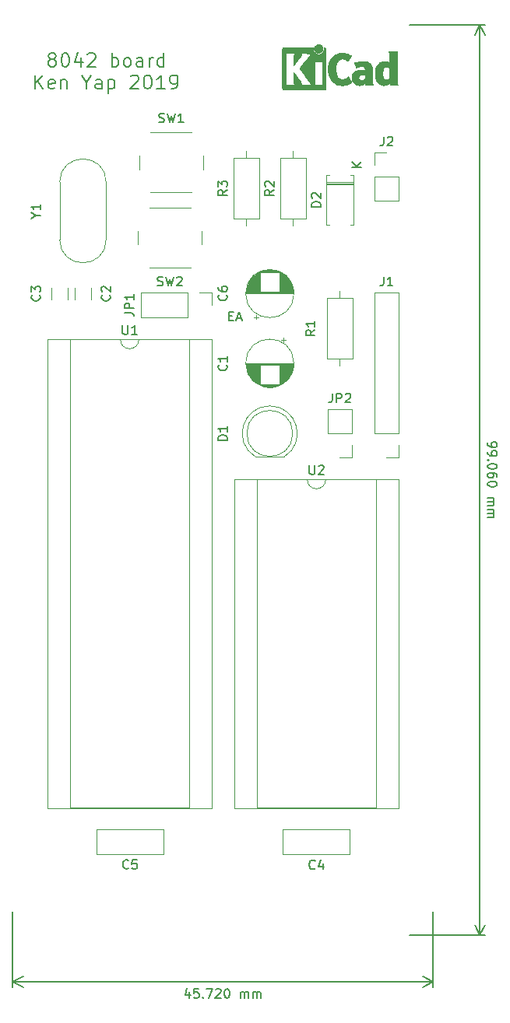
<source format=gto>
%TF.GenerationSoftware,KiCad,Pcbnew,5.1.4-5.1.4*%
%TF.CreationDate,2019-08-21T12:35:07+10:00*%
%TF.ProjectId,8042board,38303432-626f-4617-9264-2e6b69636164,rev?*%
%TF.SameCoordinates,Original*%
%TF.FileFunction,Legend,Top*%
%TF.FilePolarity,Positive*%
%FSLAX46Y46*%
G04 Gerber Fmt 4.6, Leading zero omitted, Abs format (unit mm)*
G04 Created by KiCad (PCBNEW 5.1.4-5.1.4) date 2019-08-21 12:35:07*
%MOMM*%
%LPD*%
G04 APERTURE LIST*
%ADD10C,0.150000*%
%ADD11C,0.120000*%
%ADD12C,0.010000*%
G04 APERTURE END LIST*
D10*
X160647142Y-49458571D02*
X160980476Y-49458571D01*
X161123333Y-49982380D02*
X160647142Y-49982380D01*
X160647142Y-48982380D01*
X161123333Y-48982380D01*
X161504285Y-49696666D02*
X161980476Y-49696666D01*
X161409047Y-49982380D02*
X161742380Y-48982380D01*
X162075714Y-49982380D01*
X156353333Y-123005714D02*
X156353333Y-123672380D01*
X156115238Y-122624761D02*
X155877142Y-123339047D01*
X156496190Y-123339047D01*
X157353333Y-122672380D02*
X156877142Y-122672380D01*
X156829523Y-123148571D01*
X156877142Y-123100952D01*
X156972380Y-123053333D01*
X157210476Y-123053333D01*
X157305714Y-123100952D01*
X157353333Y-123148571D01*
X157400952Y-123243809D01*
X157400952Y-123481904D01*
X157353333Y-123577142D01*
X157305714Y-123624761D01*
X157210476Y-123672380D01*
X156972380Y-123672380D01*
X156877142Y-123624761D01*
X156829523Y-123577142D01*
X157829523Y-123577142D02*
X157877142Y-123624761D01*
X157829523Y-123672380D01*
X157781904Y-123624761D01*
X157829523Y-123577142D01*
X157829523Y-123672380D01*
X158210476Y-122672380D02*
X158877142Y-122672380D01*
X158448571Y-123672380D01*
X159210476Y-122767619D02*
X159258095Y-122720000D01*
X159353333Y-122672380D01*
X159591428Y-122672380D01*
X159686666Y-122720000D01*
X159734285Y-122767619D01*
X159781904Y-122862857D01*
X159781904Y-122958095D01*
X159734285Y-123100952D01*
X159162857Y-123672380D01*
X159781904Y-123672380D01*
X160400952Y-122672380D02*
X160496190Y-122672380D01*
X160591428Y-122720000D01*
X160639047Y-122767619D01*
X160686666Y-122862857D01*
X160734285Y-123053333D01*
X160734285Y-123291428D01*
X160686666Y-123481904D01*
X160639047Y-123577142D01*
X160591428Y-123624761D01*
X160496190Y-123672380D01*
X160400952Y-123672380D01*
X160305714Y-123624761D01*
X160258095Y-123577142D01*
X160210476Y-123481904D01*
X160162857Y-123291428D01*
X160162857Y-123053333D01*
X160210476Y-122862857D01*
X160258095Y-122767619D01*
X160305714Y-122720000D01*
X160400952Y-122672380D01*
X161924761Y-123672380D02*
X161924761Y-123005714D01*
X161924761Y-123100952D02*
X161972380Y-123053333D01*
X162067619Y-123005714D01*
X162210476Y-123005714D01*
X162305714Y-123053333D01*
X162353333Y-123148571D01*
X162353333Y-123672380D01*
X162353333Y-123148571D02*
X162400952Y-123053333D01*
X162496190Y-123005714D01*
X162639047Y-123005714D01*
X162734285Y-123053333D01*
X162781904Y-123148571D01*
X162781904Y-123672380D01*
X163258095Y-123672380D02*
X163258095Y-123005714D01*
X163258095Y-123100952D02*
X163305714Y-123053333D01*
X163400952Y-123005714D01*
X163543809Y-123005714D01*
X163639047Y-123053333D01*
X163686666Y-123148571D01*
X163686666Y-123672380D01*
X163686666Y-123148571D02*
X163734285Y-123053333D01*
X163829523Y-123005714D01*
X163972380Y-123005714D01*
X164067619Y-123053333D01*
X164115238Y-123148571D01*
X164115238Y-123672380D01*
X137160000Y-121920000D02*
X182880000Y-121920000D01*
X137160000Y-114300000D02*
X137160000Y-122506421D01*
X182880000Y-114300000D02*
X182880000Y-122506421D01*
X182880000Y-121920000D02*
X181753496Y-122506421D01*
X182880000Y-121920000D02*
X181753496Y-121333579D01*
X137160000Y-121920000D02*
X138286504Y-122506421D01*
X137160000Y-121920000D02*
X138286504Y-121333579D01*
X188807619Y-63262380D02*
X188807619Y-63452857D01*
X188855238Y-63548095D01*
X188902857Y-63595714D01*
X189045714Y-63690952D01*
X189236190Y-63738571D01*
X189617142Y-63738571D01*
X189712380Y-63690952D01*
X189760000Y-63643333D01*
X189807619Y-63548095D01*
X189807619Y-63357619D01*
X189760000Y-63262380D01*
X189712380Y-63214761D01*
X189617142Y-63167142D01*
X189379047Y-63167142D01*
X189283809Y-63214761D01*
X189236190Y-63262380D01*
X189188571Y-63357619D01*
X189188571Y-63548095D01*
X189236190Y-63643333D01*
X189283809Y-63690952D01*
X189379047Y-63738571D01*
X188807619Y-64214761D02*
X188807619Y-64405238D01*
X188855238Y-64500476D01*
X188902857Y-64548095D01*
X189045714Y-64643333D01*
X189236190Y-64690952D01*
X189617142Y-64690952D01*
X189712380Y-64643333D01*
X189760000Y-64595714D01*
X189807619Y-64500476D01*
X189807619Y-64310000D01*
X189760000Y-64214761D01*
X189712380Y-64167142D01*
X189617142Y-64119523D01*
X189379047Y-64119523D01*
X189283809Y-64167142D01*
X189236190Y-64214761D01*
X189188571Y-64310000D01*
X189188571Y-64500476D01*
X189236190Y-64595714D01*
X189283809Y-64643333D01*
X189379047Y-64690952D01*
X188902857Y-65119523D02*
X188855238Y-65167142D01*
X188807619Y-65119523D01*
X188855238Y-65071904D01*
X188902857Y-65119523D01*
X188807619Y-65119523D01*
X189807619Y-65786190D02*
X189807619Y-65881428D01*
X189760000Y-65976666D01*
X189712380Y-66024285D01*
X189617142Y-66071904D01*
X189426666Y-66119523D01*
X189188571Y-66119523D01*
X188998095Y-66071904D01*
X188902857Y-66024285D01*
X188855238Y-65976666D01*
X188807619Y-65881428D01*
X188807619Y-65786190D01*
X188855238Y-65690952D01*
X188902857Y-65643333D01*
X188998095Y-65595714D01*
X189188571Y-65548095D01*
X189426666Y-65548095D01*
X189617142Y-65595714D01*
X189712380Y-65643333D01*
X189760000Y-65690952D01*
X189807619Y-65786190D01*
X189807619Y-66976666D02*
X189807619Y-66786190D01*
X189760000Y-66690952D01*
X189712380Y-66643333D01*
X189569523Y-66548095D01*
X189379047Y-66500476D01*
X188998095Y-66500476D01*
X188902857Y-66548095D01*
X188855238Y-66595714D01*
X188807619Y-66690952D01*
X188807619Y-66881428D01*
X188855238Y-66976666D01*
X188902857Y-67024285D01*
X188998095Y-67071904D01*
X189236190Y-67071904D01*
X189331428Y-67024285D01*
X189379047Y-66976666D01*
X189426666Y-66881428D01*
X189426666Y-66690952D01*
X189379047Y-66595714D01*
X189331428Y-66548095D01*
X189236190Y-66500476D01*
X189807619Y-67690952D02*
X189807619Y-67786190D01*
X189760000Y-67881428D01*
X189712380Y-67929047D01*
X189617142Y-67976666D01*
X189426666Y-68024285D01*
X189188571Y-68024285D01*
X188998095Y-67976666D01*
X188902857Y-67929047D01*
X188855238Y-67881428D01*
X188807619Y-67786190D01*
X188807619Y-67690952D01*
X188855238Y-67595714D01*
X188902857Y-67548095D01*
X188998095Y-67500476D01*
X189188571Y-67452857D01*
X189426666Y-67452857D01*
X189617142Y-67500476D01*
X189712380Y-67548095D01*
X189760000Y-67595714D01*
X189807619Y-67690952D01*
X188807619Y-69214761D02*
X189474285Y-69214761D01*
X189379047Y-69214761D02*
X189426666Y-69262380D01*
X189474285Y-69357619D01*
X189474285Y-69500476D01*
X189426666Y-69595714D01*
X189331428Y-69643333D01*
X188807619Y-69643333D01*
X189331428Y-69643333D02*
X189426666Y-69690952D01*
X189474285Y-69786190D01*
X189474285Y-69929047D01*
X189426666Y-70024285D01*
X189331428Y-70071904D01*
X188807619Y-70071904D01*
X188807619Y-70548095D02*
X189474285Y-70548095D01*
X189379047Y-70548095D02*
X189426666Y-70595714D01*
X189474285Y-70690952D01*
X189474285Y-70833809D01*
X189426666Y-70929047D01*
X189331428Y-70976666D01*
X188807619Y-70976666D01*
X189331428Y-70976666D02*
X189426666Y-71024285D01*
X189474285Y-71119523D01*
X189474285Y-71262380D01*
X189426666Y-71357619D01*
X189331428Y-71405238D01*
X188807619Y-71405238D01*
X187960000Y-17780000D02*
X187960000Y-116840000D01*
X180340000Y-17780000D02*
X188546421Y-17780000D01*
X180340000Y-116840000D02*
X188546421Y-116840000D01*
X187960000Y-116840000D02*
X187373579Y-115713496D01*
X187960000Y-116840000D02*
X188546421Y-115713496D01*
X187960000Y-17780000D02*
X187373579Y-18906504D01*
X187960000Y-17780000D02*
X188546421Y-18906504D01*
X141284285Y-21481428D02*
X141141428Y-21410000D01*
X141070000Y-21338571D01*
X140998571Y-21195714D01*
X140998571Y-21124285D01*
X141070000Y-20981428D01*
X141141428Y-20910000D01*
X141284285Y-20838571D01*
X141570000Y-20838571D01*
X141712857Y-20910000D01*
X141784285Y-20981428D01*
X141855714Y-21124285D01*
X141855714Y-21195714D01*
X141784285Y-21338571D01*
X141712857Y-21410000D01*
X141570000Y-21481428D01*
X141284285Y-21481428D01*
X141141428Y-21552857D01*
X141070000Y-21624285D01*
X140998571Y-21767142D01*
X140998571Y-22052857D01*
X141070000Y-22195714D01*
X141141428Y-22267142D01*
X141284285Y-22338571D01*
X141570000Y-22338571D01*
X141712857Y-22267142D01*
X141784285Y-22195714D01*
X141855714Y-22052857D01*
X141855714Y-21767142D01*
X141784285Y-21624285D01*
X141712857Y-21552857D01*
X141570000Y-21481428D01*
X142784285Y-20838571D02*
X142927142Y-20838571D01*
X143070000Y-20910000D01*
X143141428Y-20981428D01*
X143212857Y-21124285D01*
X143284285Y-21410000D01*
X143284285Y-21767142D01*
X143212857Y-22052857D01*
X143141428Y-22195714D01*
X143070000Y-22267142D01*
X142927142Y-22338571D01*
X142784285Y-22338571D01*
X142641428Y-22267142D01*
X142570000Y-22195714D01*
X142498571Y-22052857D01*
X142427142Y-21767142D01*
X142427142Y-21410000D01*
X142498571Y-21124285D01*
X142570000Y-20981428D01*
X142641428Y-20910000D01*
X142784285Y-20838571D01*
X144570000Y-21338571D02*
X144570000Y-22338571D01*
X144212857Y-20767142D02*
X143855714Y-21838571D01*
X144784285Y-21838571D01*
X145284285Y-20981428D02*
X145355714Y-20910000D01*
X145498571Y-20838571D01*
X145855714Y-20838571D01*
X145998571Y-20910000D01*
X146070000Y-20981428D01*
X146141428Y-21124285D01*
X146141428Y-21267142D01*
X146070000Y-21481428D01*
X145212857Y-22338571D01*
X146141428Y-22338571D01*
X147927142Y-22338571D02*
X147927142Y-20838571D01*
X147927142Y-21410000D02*
X148070000Y-21338571D01*
X148355714Y-21338571D01*
X148498571Y-21410000D01*
X148570000Y-21481428D01*
X148641428Y-21624285D01*
X148641428Y-22052857D01*
X148570000Y-22195714D01*
X148498571Y-22267142D01*
X148355714Y-22338571D01*
X148070000Y-22338571D01*
X147927142Y-22267142D01*
X149498571Y-22338571D02*
X149355714Y-22267142D01*
X149284285Y-22195714D01*
X149212857Y-22052857D01*
X149212857Y-21624285D01*
X149284285Y-21481428D01*
X149355714Y-21410000D01*
X149498571Y-21338571D01*
X149712857Y-21338571D01*
X149855714Y-21410000D01*
X149927142Y-21481428D01*
X149998571Y-21624285D01*
X149998571Y-22052857D01*
X149927142Y-22195714D01*
X149855714Y-22267142D01*
X149712857Y-22338571D01*
X149498571Y-22338571D01*
X151284285Y-22338571D02*
X151284285Y-21552857D01*
X151212857Y-21410000D01*
X151070000Y-21338571D01*
X150784285Y-21338571D01*
X150641428Y-21410000D01*
X151284285Y-22267142D02*
X151141428Y-22338571D01*
X150784285Y-22338571D01*
X150641428Y-22267142D01*
X150570000Y-22124285D01*
X150570000Y-21981428D01*
X150641428Y-21838571D01*
X150784285Y-21767142D01*
X151141428Y-21767142D01*
X151284285Y-21695714D01*
X151998571Y-22338571D02*
X151998571Y-21338571D01*
X151998571Y-21624285D02*
X152070000Y-21481428D01*
X152141428Y-21410000D01*
X152284285Y-21338571D01*
X152427142Y-21338571D01*
X153570000Y-22338571D02*
X153570000Y-20838571D01*
X153570000Y-22267142D02*
X153427142Y-22338571D01*
X153141428Y-22338571D01*
X152998571Y-22267142D01*
X152927142Y-22195714D01*
X152855714Y-22052857D01*
X152855714Y-21624285D01*
X152927142Y-21481428D01*
X152998571Y-21410000D01*
X153141428Y-21338571D01*
X153427142Y-21338571D01*
X153570000Y-21410000D01*
X139605714Y-24738571D02*
X139605714Y-23238571D01*
X140462857Y-24738571D02*
X139820000Y-23881428D01*
X140462857Y-23238571D02*
X139605714Y-24095714D01*
X141677142Y-24667142D02*
X141534285Y-24738571D01*
X141248571Y-24738571D01*
X141105714Y-24667142D01*
X141034285Y-24524285D01*
X141034285Y-23952857D01*
X141105714Y-23810000D01*
X141248571Y-23738571D01*
X141534285Y-23738571D01*
X141677142Y-23810000D01*
X141748571Y-23952857D01*
X141748571Y-24095714D01*
X141034285Y-24238571D01*
X142391428Y-23738571D02*
X142391428Y-24738571D01*
X142391428Y-23881428D02*
X142462857Y-23810000D01*
X142605714Y-23738571D01*
X142820000Y-23738571D01*
X142962857Y-23810000D01*
X143034285Y-23952857D01*
X143034285Y-24738571D01*
X145177142Y-24024285D02*
X145177142Y-24738571D01*
X144677142Y-23238571D02*
X145177142Y-24024285D01*
X145677142Y-23238571D01*
X146820000Y-24738571D02*
X146820000Y-23952857D01*
X146748571Y-23810000D01*
X146605714Y-23738571D01*
X146320000Y-23738571D01*
X146177142Y-23810000D01*
X146820000Y-24667142D02*
X146677142Y-24738571D01*
X146320000Y-24738571D01*
X146177142Y-24667142D01*
X146105714Y-24524285D01*
X146105714Y-24381428D01*
X146177142Y-24238571D01*
X146320000Y-24167142D01*
X146677142Y-24167142D01*
X146820000Y-24095714D01*
X147534285Y-23738571D02*
X147534285Y-25238571D01*
X147534285Y-23810000D02*
X147677142Y-23738571D01*
X147962857Y-23738571D01*
X148105714Y-23810000D01*
X148177142Y-23881428D01*
X148248571Y-24024285D01*
X148248571Y-24452857D01*
X148177142Y-24595714D01*
X148105714Y-24667142D01*
X147962857Y-24738571D01*
X147677142Y-24738571D01*
X147534285Y-24667142D01*
X149962857Y-23381428D02*
X150034285Y-23310000D01*
X150177142Y-23238571D01*
X150534285Y-23238571D01*
X150677142Y-23310000D01*
X150748571Y-23381428D01*
X150820000Y-23524285D01*
X150820000Y-23667142D01*
X150748571Y-23881428D01*
X149891428Y-24738571D01*
X150820000Y-24738571D01*
X151748571Y-23238571D02*
X151891428Y-23238571D01*
X152034285Y-23310000D01*
X152105714Y-23381428D01*
X152177142Y-23524285D01*
X152248571Y-23810000D01*
X152248571Y-24167142D01*
X152177142Y-24452857D01*
X152105714Y-24595714D01*
X152034285Y-24667142D01*
X151891428Y-24738571D01*
X151748571Y-24738571D01*
X151605714Y-24667142D01*
X151534285Y-24595714D01*
X151462857Y-24452857D01*
X151391428Y-24167142D01*
X151391428Y-23810000D01*
X151462857Y-23524285D01*
X151534285Y-23381428D01*
X151605714Y-23310000D01*
X151748571Y-23238571D01*
X153677142Y-24738571D02*
X152820000Y-24738571D01*
X153248571Y-24738571D02*
X153248571Y-23238571D01*
X153105714Y-23452857D01*
X152962857Y-23595714D01*
X152820000Y-23667142D01*
X154391428Y-24738571D02*
X154677142Y-24738571D01*
X154820000Y-24667142D01*
X154891428Y-24595714D01*
X155034285Y-24381428D01*
X155105714Y-24095714D01*
X155105714Y-23524285D01*
X155034285Y-23381428D01*
X154962857Y-23310000D01*
X154820000Y-23238571D01*
X154534285Y-23238571D01*
X154391428Y-23310000D01*
X154320000Y-23381428D01*
X154248571Y-23524285D01*
X154248571Y-23881428D01*
X154320000Y-24024285D01*
X154391428Y-24095714D01*
X154534285Y-24167142D01*
X154820000Y-24167142D01*
X154962857Y-24095714D01*
X155034285Y-24024285D01*
X155105714Y-23881428D01*
D11*
X179130000Y-67190000D02*
X161230000Y-67190000D01*
X179130000Y-102990000D02*
X179130000Y-67190000D01*
X161230000Y-102990000D02*
X179130000Y-102990000D01*
X161230000Y-67190000D02*
X161230000Y-102990000D01*
X176640000Y-67250000D02*
X171180000Y-67250000D01*
X176640000Y-102930000D02*
X176640000Y-67250000D01*
X163720000Y-102930000D02*
X176640000Y-102930000D01*
X163720000Y-67250000D02*
X163720000Y-102930000D01*
X169180000Y-67250000D02*
X163720000Y-67250000D01*
X171180000Y-67250000D02*
G75*
G02X169180000Y-67250000I-1000000J0D01*
G01*
X158810000Y-51950000D02*
X140910000Y-51950000D01*
X158810000Y-102990000D02*
X158810000Y-51950000D01*
X140910000Y-102990000D02*
X158810000Y-102990000D01*
X140910000Y-51950000D02*
X140910000Y-102990000D01*
X156320000Y-52010000D02*
X150860000Y-52010000D01*
X156320000Y-102930000D02*
X156320000Y-52010000D01*
X143400000Y-102930000D02*
X156320000Y-102930000D01*
X143400000Y-52010000D02*
X143400000Y-102930000D01*
X148860000Y-52010000D02*
X143400000Y-52010000D01*
X150860000Y-52010000D02*
G75*
G02X148860000Y-52010000I-1000000J0D01*
G01*
X174050000Y-64830000D02*
X172720000Y-64830000D01*
X174050000Y-63500000D02*
X174050000Y-64830000D01*
X174050000Y-62230000D02*
X171390000Y-62230000D01*
X171390000Y-62230000D02*
X171390000Y-59630000D01*
X174050000Y-62230000D02*
X174050000Y-59630000D01*
X174050000Y-59630000D02*
X171390000Y-59630000D01*
D12*
G36*
X170446957Y-19886571D02*
G01*
X170543232Y-19910809D01*
X170629816Y-19953641D01*
X170704627Y-20013419D01*
X170765582Y-20088494D01*
X170810601Y-20177220D01*
X170836864Y-20273530D01*
X170842714Y-20370795D01*
X170827860Y-20464654D01*
X170794160Y-20552511D01*
X170743472Y-20631770D01*
X170677655Y-20699836D01*
X170598566Y-20754112D01*
X170508066Y-20792002D01*
X170456800Y-20804426D01*
X170412302Y-20811947D01*
X170378001Y-20814919D01*
X170345040Y-20813094D01*
X170304566Y-20806225D01*
X170271469Y-20799250D01*
X170178053Y-20767741D01*
X170094381Y-20716617D01*
X170022335Y-20647429D01*
X169963800Y-20561728D01*
X169949852Y-20534489D01*
X169933414Y-20498122D01*
X169923106Y-20467582D01*
X169917540Y-20435450D01*
X169915331Y-20394307D01*
X169915052Y-20348222D01*
X169919139Y-20263865D01*
X169932554Y-20194586D01*
X169957744Y-20133961D01*
X169997154Y-20075567D01*
X170035702Y-20031302D01*
X170107594Y-19965484D01*
X170182687Y-19920053D01*
X170265438Y-19892850D01*
X170343072Y-19882576D01*
X170446957Y-19886571D01*
X170446957Y-19886571D01*
G37*
X170446957Y-19886571D02*
X170543232Y-19910809D01*
X170629816Y-19953641D01*
X170704627Y-20013419D01*
X170765582Y-20088494D01*
X170810601Y-20177220D01*
X170836864Y-20273530D01*
X170842714Y-20370795D01*
X170827860Y-20464654D01*
X170794160Y-20552511D01*
X170743472Y-20631770D01*
X170677655Y-20699836D01*
X170598566Y-20754112D01*
X170508066Y-20792002D01*
X170456800Y-20804426D01*
X170412302Y-20811947D01*
X170378001Y-20814919D01*
X170345040Y-20813094D01*
X170304566Y-20806225D01*
X170271469Y-20799250D01*
X170178053Y-20767741D01*
X170094381Y-20716617D01*
X170022335Y-20647429D01*
X169963800Y-20561728D01*
X169949852Y-20534489D01*
X169933414Y-20498122D01*
X169923106Y-20467582D01*
X169917540Y-20435450D01*
X169915331Y-20394307D01*
X169915052Y-20348222D01*
X169919139Y-20263865D01*
X169932554Y-20194586D01*
X169957744Y-20133961D01*
X169997154Y-20075567D01*
X170035702Y-20031302D01*
X170107594Y-19965484D01*
X170182687Y-19920053D01*
X170265438Y-19892850D01*
X170343072Y-19882576D01*
X170446957Y-19886571D01*
G36*
X178906507Y-22332245D02*
G01*
X178906526Y-22566662D01*
X178906552Y-22779603D01*
X178906625Y-22972168D01*
X178906782Y-23145459D01*
X178907064Y-23300576D01*
X178907509Y-23438620D01*
X178908156Y-23560692D01*
X178909045Y-23667894D01*
X178910213Y-23761326D01*
X178911701Y-23842090D01*
X178913546Y-23911286D01*
X178915789Y-23970015D01*
X178918469Y-24019379D01*
X178921623Y-24060478D01*
X178925292Y-24094413D01*
X178929513Y-24122286D01*
X178934327Y-24145198D01*
X178939773Y-24164249D01*
X178945888Y-24180540D01*
X178952712Y-24195173D01*
X178960285Y-24209249D01*
X178968645Y-24223868D01*
X178973839Y-24232974D01*
X179008104Y-24293689D01*
X178149955Y-24293689D01*
X178149955Y-24197733D01*
X178149224Y-24154370D01*
X178147272Y-24121205D01*
X178144463Y-24103424D01*
X178143221Y-24101778D01*
X178131799Y-24108662D01*
X178109084Y-24126505D01*
X178086385Y-24145879D01*
X178031800Y-24186614D01*
X177962321Y-24227617D01*
X177885270Y-24265123D01*
X177807965Y-24295364D01*
X177777113Y-24305012D01*
X177708616Y-24319578D01*
X177625764Y-24329539D01*
X177536371Y-24334583D01*
X177448248Y-24334396D01*
X177369207Y-24328666D01*
X177331511Y-24322858D01*
X177193414Y-24284797D01*
X177066113Y-24227073D01*
X176950292Y-24150211D01*
X176846637Y-24054739D01*
X176755833Y-23941179D01*
X176689031Y-23830381D01*
X176634164Y-23713625D01*
X176592163Y-23594276D01*
X176562167Y-23468283D01*
X176543311Y-23331594D01*
X176534732Y-23180158D01*
X176534006Y-23102711D01*
X176536100Y-23045934D01*
X177365217Y-23045934D01*
X177365424Y-23139002D01*
X177368337Y-23226692D01*
X177374000Y-23303772D01*
X177382455Y-23365009D01*
X177385038Y-23377350D01*
X177416840Y-23484633D01*
X177458498Y-23571658D01*
X177510363Y-23638642D01*
X177572781Y-23685805D01*
X177646100Y-23713365D01*
X177730669Y-23721541D01*
X177826835Y-23710551D01*
X177890311Y-23694829D01*
X177939454Y-23676639D01*
X177993583Y-23650791D01*
X178034244Y-23627089D01*
X178104800Y-23580721D01*
X178104800Y-22430530D01*
X178037392Y-22386962D01*
X177958867Y-22346040D01*
X177874681Y-22319389D01*
X177789557Y-22307465D01*
X177708216Y-22310722D01*
X177635380Y-22329615D01*
X177603426Y-22345184D01*
X177545501Y-22388181D01*
X177496544Y-22444953D01*
X177455390Y-22517575D01*
X177420874Y-22608121D01*
X177391833Y-22718666D01*
X177390552Y-22724533D01*
X177380381Y-22786788D01*
X177372739Y-22864594D01*
X177367670Y-22952720D01*
X177365217Y-23045934D01*
X176536100Y-23045934D01*
X176541857Y-22889895D01*
X176563802Y-22694059D01*
X176599786Y-22515332D01*
X176649759Y-22353845D01*
X176713668Y-22209726D01*
X176791462Y-22083106D01*
X176883089Y-21974115D01*
X176988497Y-21882883D01*
X177033662Y-21851932D01*
X177134611Y-21795785D01*
X177237901Y-21756174D01*
X177347989Y-21732014D01*
X177469330Y-21722219D01*
X177561836Y-21723265D01*
X177691490Y-21734231D01*
X177804084Y-21756046D01*
X177902875Y-21789714D01*
X177991121Y-21836236D01*
X178039986Y-21870448D01*
X178069353Y-21892362D01*
X178091043Y-21907333D01*
X178099253Y-21911733D01*
X178100868Y-21900904D01*
X178102159Y-21870251D01*
X178103138Y-21822526D01*
X178103817Y-21760479D01*
X178104210Y-21686862D01*
X178104330Y-21604427D01*
X178104188Y-21515925D01*
X178103797Y-21424107D01*
X178103171Y-21331724D01*
X178102320Y-21241528D01*
X178101260Y-21156271D01*
X178100001Y-21078703D01*
X178098556Y-21011576D01*
X178096938Y-20957641D01*
X178095161Y-20919650D01*
X178094669Y-20912667D01*
X178087092Y-20842251D01*
X178075531Y-20787102D01*
X178057792Y-20739981D01*
X178031682Y-20693647D01*
X178025415Y-20684067D01*
X178000983Y-20647378D01*
X178906311Y-20647378D01*
X178906507Y-22332245D01*
X178906507Y-22332245D01*
G37*
X178906507Y-22332245D02*
X178906526Y-22566662D01*
X178906552Y-22779603D01*
X178906625Y-22972168D01*
X178906782Y-23145459D01*
X178907064Y-23300576D01*
X178907509Y-23438620D01*
X178908156Y-23560692D01*
X178909045Y-23667894D01*
X178910213Y-23761326D01*
X178911701Y-23842090D01*
X178913546Y-23911286D01*
X178915789Y-23970015D01*
X178918469Y-24019379D01*
X178921623Y-24060478D01*
X178925292Y-24094413D01*
X178929513Y-24122286D01*
X178934327Y-24145198D01*
X178939773Y-24164249D01*
X178945888Y-24180540D01*
X178952712Y-24195173D01*
X178960285Y-24209249D01*
X178968645Y-24223868D01*
X178973839Y-24232974D01*
X179008104Y-24293689D01*
X178149955Y-24293689D01*
X178149955Y-24197733D01*
X178149224Y-24154370D01*
X178147272Y-24121205D01*
X178144463Y-24103424D01*
X178143221Y-24101778D01*
X178131799Y-24108662D01*
X178109084Y-24126505D01*
X178086385Y-24145879D01*
X178031800Y-24186614D01*
X177962321Y-24227617D01*
X177885270Y-24265123D01*
X177807965Y-24295364D01*
X177777113Y-24305012D01*
X177708616Y-24319578D01*
X177625764Y-24329539D01*
X177536371Y-24334583D01*
X177448248Y-24334396D01*
X177369207Y-24328666D01*
X177331511Y-24322858D01*
X177193414Y-24284797D01*
X177066113Y-24227073D01*
X176950292Y-24150211D01*
X176846637Y-24054739D01*
X176755833Y-23941179D01*
X176689031Y-23830381D01*
X176634164Y-23713625D01*
X176592163Y-23594276D01*
X176562167Y-23468283D01*
X176543311Y-23331594D01*
X176534732Y-23180158D01*
X176534006Y-23102711D01*
X176536100Y-23045934D01*
X177365217Y-23045934D01*
X177365424Y-23139002D01*
X177368337Y-23226692D01*
X177374000Y-23303772D01*
X177382455Y-23365009D01*
X177385038Y-23377350D01*
X177416840Y-23484633D01*
X177458498Y-23571658D01*
X177510363Y-23638642D01*
X177572781Y-23685805D01*
X177646100Y-23713365D01*
X177730669Y-23721541D01*
X177826835Y-23710551D01*
X177890311Y-23694829D01*
X177939454Y-23676639D01*
X177993583Y-23650791D01*
X178034244Y-23627089D01*
X178104800Y-23580721D01*
X178104800Y-22430530D01*
X178037392Y-22386962D01*
X177958867Y-22346040D01*
X177874681Y-22319389D01*
X177789557Y-22307465D01*
X177708216Y-22310722D01*
X177635380Y-22329615D01*
X177603426Y-22345184D01*
X177545501Y-22388181D01*
X177496544Y-22444953D01*
X177455390Y-22517575D01*
X177420874Y-22608121D01*
X177391833Y-22718666D01*
X177390552Y-22724533D01*
X177380381Y-22786788D01*
X177372739Y-22864594D01*
X177367670Y-22952720D01*
X177365217Y-23045934D01*
X176536100Y-23045934D01*
X176541857Y-22889895D01*
X176563802Y-22694059D01*
X176599786Y-22515332D01*
X176649759Y-22353845D01*
X176713668Y-22209726D01*
X176791462Y-22083106D01*
X176883089Y-21974115D01*
X176988497Y-21882883D01*
X177033662Y-21851932D01*
X177134611Y-21795785D01*
X177237901Y-21756174D01*
X177347989Y-21732014D01*
X177469330Y-21722219D01*
X177561836Y-21723265D01*
X177691490Y-21734231D01*
X177804084Y-21756046D01*
X177902875Y-21789714D01*
X177991121Y-21836236D01*
X178039986Y-21870448D01*
X178069353Y-21892362D01*
X178091043Y-21907333D01*
X178099253Y-21911733D01*
X178100868Y-21900904D01*
X178102159Y-21870251D01*
X178103138Y-21822526D01*
X178103817Y-21760479D01*
X178104210Y-21686862D01*
X178104330Y-21604427D01*
X178104188Y-21515925D01*
X178103797Y-21424107D01*
X178103171Y-21331724D01*
X178102320Y-21241528D01*
X178101260Y-21156271D01*
X178100001Y-21078703D01*
X178098556Y-21011576D01*
X178096938Y-20957641D01*
X178095161Y-20919650D01*
X178094669Y-20912667D01*
X178087092Y-20842251D01*
X178075531Y-20787102D01*
X178057792Y-20739981D01*
X178031682Y-20693647D01*
X178025415Y-20684067D01*
X178000983Y-20647378D01*
X178906311Y-20647378D01*
X178906507Y-22332245D01*
G36*
X175393574Y-21726552D02*
G01*
X175545492Y-21746567D01*
X175680756Y-21780202D01*
X175800239Y-21827725D01*
X175904815Y-21889405D01*
X175982424Y-21952965D01*
X176051265Y-22027099D01*
X176105006Y-22106871D01*
X176147910Y-22199091D01*
X176163384Y-22242161D01*
X176176244Y-22281142D01*
X176187446Y-22317289D01*
X176197120Y-22352434D01*
X176205396Y-22388410D01*
X176212403Y-22427050D01*
X176218272Y-22470185D01*
X176223131Y-22519649D01*
X176227110Y-22577273D01*
X176230340Y-22644891D01*
X176232949Y-22724334D01*
X176235067Y-22817436D01*
X176236824Y-22926027D01*
X176238349Y-23051942D01*
X176239772Y-23197012D01*
X176241025Y-23339778D01*
X176242351Y-23495968D01*
X176243556Y-23631239D01*
X176244766Y-23747246D01*
X176246106Y-23845645D01*
X176247700Y-23928093D01*
X176249675Y-23996246D01*
X176252156Y-24051760D01*
X176255269Y-24096292D01*
X176259138Y-24131498D01*
X176263889Y-24159034D01*
X176269648Y-24180556D01*
X176276539Y-24197722D01*
X176284689Y-24212186D01*
X176294223Y-24225606D01*
X176305266Y-24239638D01*
X176309566Y-24245071D01*
X176325386Y-24267910D01*
X176332422Y-24283463D01*
X176332444Y-24283922D01*
X176321567Y-24286121D01*
X176290582Y-24288147D01*
X176241957Y-24289942D01*
X176178163Y-24291451D01*
X176101669Y-24292616D01*
X176014944Y-24293380D01*
X175920457Y-24293686D01*
X175909550Y-24293689D01*
X175486657Y-24293689D01*
X175483395Y-24197622D01*
X175480133Y-24101556D01*
X175418044Y-24152543D01*
X175320714Y-24220057D01*
X175210813Y-24274749D01*
X175124349Y-24304978D01*
X175055278Y-24319666D01*
X174971925Y-24329659D01*
X174882159Y-24334646D01*
X174793845Y-24334313D01*
X174714851Y-24328351D01*
X174678622Y-24322638D01*
X174538603Y-24284776D01*
X174412178Y-24229932D01*
X174300260Y-24158924D01*
X174203762Y-24072568D01*
X174123600Y-23971679D01*
X174060687Y-23857076D01*
X174016312Y-23730984D01*
X174003978Y-23674401D01*
X173996368Y-23612202D01*
X173992739Y-23537363D01*
X173992245Y-23503467D01*
X173992310Y-23500282D01*
X174752248Y-23500282D01*
X174761541Y-23575333D01*
X174789728Y-23639160D01*
X174838197Y-23694798D01*
X174843254Y-23699211D01*
X174891548Y-23734037D01*
X174943257Y-23756620D01*
X175003989Y-23768540D01*
X175079352Y-23771383D01*
X175097459Y-23770978D01*
X175151278Y-23768325D01*
X175191308Y-23762909D01*
X175226324Y-23752745D01*
X175265103Y-23735850D01*
X175275745Y-23730672D01*
X175336396Y-23694844D01*
X175383215Y-23652212D01*
X175395952Y-23636973D01*
X175440622Y-23580462D01*
X175440622Y-23384586D01*
X175440086Y-23305939D01*
X175438396Y-23247988D01*
X175435428Y-23208875D01*
X175431057Y-23186741D01*
X175426972Y-23180274D01*
X175411047Y-23177111D01*
X175377264Y-23174488D01*
X175330340Y-23172655D01*
X175274993Y-23171857D01*
X175266106Y-23171842D01*
X175145330Y-23177096D01*
X175042660Y-23193263D01*
X174956106Y-23220961D01*
X174883681Y-23260808D01*
X174828751Y-23307758D01*
X174784204Y-23365645D01*
X174759480Y-23428693D01*
X174752248Y-23500282D01*
X173992310Y-23500282D01*
X173994178Y-23409712D01*
X174002522Y-23330812D01*
X174018768Y-23259590D01*
X174044405Y-23188864D01*
X174068401Y-23136493D01*
X174127020Y-23041196D01*
X174205117Y-22953170D01*
X174300315Y-22874017D01*
X174410238Y-22805340D01*
X174532510Y-22748741D01*
X174664755Y-22705821D01*
X174729422Y-22690882D01*
X174865604Y-22668777D01*
X175014049Y-22654194D01*
X175165505Y-22647813D01*
X175292064Y-22649445D01*
X175453950Y-22656224D01*
X175446530Y-22597245D01*
X175427238Y-22498092D01*
X175396104Y-22417372D01*
X175352269Y-22354466D01*
X175294871Y-22308756D01*
X175223048Y-22279622D01*
X175135941Y-22266447D01*
X175032686Y-22268611D01*
X174994711Y-22272612D01*
X174853520Y-22297780D01*
X174716707Y-22338814D01*
X174622178Y-22376815D01*
X174577018Y-22396190D01*
X174538585Y-22411760D01*
X174512234Y-22421405D01*
X174504546Y-22423452D01*
X174494802Y-22414374D01*
X174478083Y-22385405D01*
X174454232Y-22336217D01*
X174423093Y-22266484D01*
X174384507Y-22175879D01*
X174377910Y-22160089D01*
X174347853Y-22087772D01*
X174320874Y-22022425D01*
X174298136Y-21966906D01*
X174280806Y-21924072D01*
X174270048Y-21896781D01*
X174266941Y-21887942D01*
X174276940Y-21883187D01*
X174303217Y-21877910D01*
X174331489Y-21874231D01*
X174361646Y-21869474D01*
X174409433Y-21860028D01*
X174470612Y-21846820D01*
X174540946Y-21830776D01*
X174616194Y-21812820D01*
X174644755Y-21805797D01*
X174749816Y-21780209D01*
X174837480Y-21760147D01*
X174912068Y-21744969D01*
X174977903Y-21734035D01*
X175039307Y-21726704D01*
X175100602Y-21722335D01*
X175166110Y-21720287D01*
X175224128Y-21719889D01*
X175393574Y-21726552D01*
X175393574Y-21726552D01*
G37*
X175393574Y-21726552D02*
X175545492Y-21746567D01*
X175680756Y-21780202D01*
X175800239Y-21827725D01*
X175904815Y-21889405D01*
X175982424Y-21952965D01*
X176051265Y-22027099D01*
X176105006Y-22106871D01*
X176147910Y-22199091D01*
X176163384Y-22242161D01*
X176176244Y-22281142D01*
X176187446Y-22317289D01*
X176197120Y-22352434D01*
X176205396Y-22388410D01*
X176212403Y-22427050D01*
X176218272Y-22470185D01*
X176223131Y-22519649D01*
X176227110Y-22577273D01*
X176230340Y-22644891D01*
X176232949Y-22724334D01*
X176235067Y-22817436D01*
X176236824Y-22926027D01*
X176238349Y-23051942D01*
X176239772Y-23197012D01*
X176241025Y-23339778D01*
X176242351Y-23495968D01*
X176243556Y-23631239D01*
X176244766Y-23747246D01*
X176246106Y-23845645D01*
X176247700Y-23928093D01*
X176249675Y-23996246D01*
X176252156Y-24051760D01*
X176255269Y-24096292D01*
X176259138Y-24131498D01*
X176263889Y-24159034D01*
X176269648Y-24180556D01*
X176276539Y-24197722D01*
X176284689Y-24212186D01*
X176294223Y-24225606D01*
X176305266Y-24239638D01*
X176309566Y-24245071D01*
X176325386Y-24267910D01*
X176332422Y-24283463D01*
X176332444Y-24283922D01*
X176321567Y-24286121D01*
X176290582Y-24288147D01*
X176241957Y-24289942D01*
X176178163Y-24291451D01*
X176101669Y-24292616D01*
X176014944Y-24293380D01*
X175920457Y-24293686D01*
X175909550Y-24293689D01*
X175486657Y-24293689D01*
X175483395Y-24197622D01*
X175480133Y-24101556D01*
X175418044Y-24152543D01*
X175320714Y-24220057D01*
X175210813Y-24274749D01*
X175124349Y-24304978D01*
X175055278Y-24319666D01*
X174971925Y-24329659D01*
X174882159Y-24334646D01*
X174793845Y-24334313D01*
X174714851Y-24328351D01*
X174678622Y-24322638D01*
X174538603Y-24284776D01*
X174412178Y-24229932D01*
X174300260Y-24158924D01*
X174203762Y-24072568D01*
X174123600Y-23971679D01*
X174060687Y-23857076D01*
X174016312Y-23730984D01*
X174003978Y-23674401D01*
X173996368Y-23612202D01*
X173992739Y-23537363D01*
X173992245Y-23503467D01*
X173992310Y-23500282D01*
X174752248Y-23500282D01*
X174761541Y-23575333D01*
X174789728Y-23639160D01*
X174838197Y-23694798D01*
X174843254Y-23699211D01*
X174891548Y-23734037D01*
X174943257Y-23756620D01*
X175003989Y-23768540D01*
X175079352Y-23771383D01*
X175097459Y-23770978D01*
X175151278Y-23768325D01*
X175191308Y-23762909D01*
X175226324Y-23752745D01*
X175265103Y-23735850D01*
X175275745Y-23730672D01*
X175336396Y-23694844D01*
X175383215Y-23652212D01*
X175395952Y-23636973D01*
X175440622Y-23580462D01*
X175440622Y-23384586D01*
X175440086Y-23305939D01*
X175438396Y-23247988D01*
X175435428Y-23208875D01*
X175431057Y-23186741D01*
X175426972Y-23180274D01*
X175411047Y-23177111D01*
X175377264Y-23174488D01*
X175330340Y-23172655D01*
X175274993Y-23171857D01*
X175266106Y-23171842D01*
X175145330Y-23177096D01*
X175042660Y-23193263D01*
X174956106Y-23220961D01*
X174883681Y-23260808D01*
X174828751Y-23307758D01*
X174784204Y-23365645D01*
X174759480Y-23428693D01*
X174752248Y-23500282D01*
X173992310Y-23500282D01*
X173994178Y-23409712D01*
X174002522Y-23330812D01*
X174018768Y-23259590D01*
X174044405Y-23188864D01*
X174068401Y-23136493D01*
X174127020Y-23041196D01*
X174205117Y-22953170D01*
X174300315Y-22874017D01*
X174410238Y-22805340D01*
X174532510Y-22748741D01*
X174664755Y-22705821D01*
X174729422Y-22690882D01*
X174865604Y-22668777D01*
X175014049Y-22654194D01*
X175165505Y-22647813D01*
X175292064Y-22649445D01*
X175453950Y-22656224D01*
X175446530Y-22597245D01*
X175427238Y-22498092D01*
X175396104Y-22417372D01*
X175352269Y-22354466D01*
X175294871Y-22308756D01*
X175223048Y-22279622D01*
X175135941Y-22266447D01*
X175032686Y-22268611D01*
X174994711Y-22272612D01*
X174853520Y-22297780D01*
X174716707Y-22338814D01*
X174622178Y-22376815D01*
X174577018Y-22396190D01*
X174538585Y-22411760D01*
X174512234Y-22421405D01*
X174504546Y-22423452D01*
X174494802Y-22414374D01*
X174478083Y-22385405D01*
X174454232Y-22336217D01*
X174423093Y-22266484D01*
X174384507Y-22175879D01*
X174377910Y-22160089D01*
X174347853Y-22087772D01*
X174320874Y-22022425D01*
X174298136Y-21966906D01*
X174280806Y-21924072D01*
X174270048Y-21896781D01*
X174266941Y-21887942D01*
X174276940Y-21883187D01*
X174303217Y-21877910D01*
X174331489Y-21874231D01*
X174361646Y-21869474D01*
X174409433Y-21860028D01*
X174470612Y-21846820D01*
X174540946Y-21830776D01*
X174616194Y-21812820D01*
X174644755Y-21805797D01*
X174749816Y-21780209D01*
X174837480Y-21760147D01*
X174912068Y-21744969D01*
X174977903Y-21734035D01*
X175039307Y-21726704D01*
X175100602Y-21722335D01*
X175166110Y-21720287D01*
X175224128Y-21719889D01*
X175393574Y-21726552D01*
G36*
X173048429Y-20809071D02*
G01*
X173208570Y-20830245D01*
X173372510Y-20870385D01*
X173542313Y-20929889D01*
X173720043Y-21009154D01*
X173731310Y-21014699D01*
X173789005Y-21042725D01*
X173840552Y-21066802D01*
X173882191Y-21085249D01*
X173910162Y-21096386D01*
X173919733Y-21098933D01*
X173938950Y-21103941D01*
X173943561Y-21108147D01*
X173938458Y-21118580D01*
X173922418Y-21144868D01*
X173897288Y-21184257D01*
X173864914Y-21233991D01*
X173827143Y-21291315D01*
X173785822Y-21353476D01*
X173742798Y-21417718D01*
X173699917Y-21481285D01*
X173659026Y-21541425D01*
X173621971Y-21595380D01*
X173590600Y-21640397D01*
X173566759Y-21673721D01*
X173552294Y-21692597D01*
X173550309Y-21694787D01*
X173540191Y-21690138D01*
X173517850Y-21672962D01*
X173487280Y-21646440D01*
X173471536Y-21631964D01*
X173375047Y-21556682D01*
X173268336Y-21501241D01*
X173152832Y-21466141D01*
X173029962Y-21451880D01*
X172960561Y-21453051D01*
X172839423Y-21470212D01*
X172730205Y-21506094D01*
X172632582Y-21560959D01*
X172546228Y-21635070D01*
X172470815Y-21728688D01*
X172406018Y-21842076D01*
X172368601Y-21928667D01*
X172324748Y-22064366D01*
X172292428Y-22211850D01*
X172271557Y-22367314D01*
X172262051Y-22526956D01*
X172263827Y-22686973D01*
X172276803Y-22843561D01*
X172300894Y-22992918D01*
X172336018Y-23131240D01*
X172382092Y-23254724D01*
X172398373Y-23288978D01*
X172466620Y-23403064D01*
X172547079Y-23499557D01*
X172638570Y-23577670D01*
X172739911Y-23636617D01*
X172849920Y-23675612D01*
X172967415Y-23693868D01*
X173008883Y-23695211D01*
X173130441Y-23684290D01*
X173250878Y-23651474D01*
X173368666Y-23597439D01*
X173482277Y-23522865D01*
X173573685Y-23444539D01*
X173620215Y-23400008D01*
X173801483Y-23697271D01*
X173846580Y-23771433D01*
X173887819Y-23839646D01*
X173923735Y-23899459D01*
X173952866Y-23948420D01*
X173973750Y-23984079D01*
X173984924Y-24003984D01*
X173986375Y-24007079D01*
X173978146Y-24016718D01*
X173952567Y-24033999D01*
X173912873Y-24057283D01*
X173862297Y-24084934D01*
X173804074Y-24115315D01*
X173741437Y-24146790D01*
X173677621Y-24177722D01*
X173615860Y-24206473D01*
X173559388Y-24231408D01*
X173511438Y-24250889D01*
X173487986Y-24259318D01*
X173354221Y-24297133D01*
X173216327Y-24322136D01*
X173068622Y-24335140D01*
X172941833Y-24337468D01*
X172873878Y-24336373D01*
X172808277Y-24334275D01*
X172750847Y-24331434D01*
X172707403Y-24328106D01*
X172693298Y-24326422D01*
X172554284Y-24297587D01*
X172412757Y-24252468D01*
X172275275Y-24193750D01*
X172148394Y-24124120D01*
X172070889Y-24071441D01*
X171943481Y-23963239D01*
X171825178Y-23836671D01*
X171718172Y-23694866D01*
X171624652Y-23540951D01*
X171546810Y-23378053D01*
X171502956Y-23260756D01*
X171452708Y-23077128D01*
X171419209Y-22882581D01*
X171402449Y-22681325D01*
X171402416Y-22477568D01*
X171419101Y-22275521D01*
X171452493Y-22079392D01*
X171502580Y-21893391D01*
X171506397Y-21881803D01*
X171569281Y-21719750D01*
X171646028Y-21571832D01*
X171739242Y-21433865D01*
X171851527Y-21301661D01*
X171895392Y-21256399D01*
X172031534Y-21132457D01*
X172171491Y-21029915D01*
X172317411Y-20947656D01*
X172471442Y-20884564D01*
X172635732Y-20839523D01*
X172731289Y-20822033D01*
X172890023Y-20806466D01*
X173048429Y-20809071D01*
X173048429Y-20809071D01*
G37*
X173048429Y-20809071D02*
X173208570Y-20830245D01*
X173372510Y-20870385D01*
X173542313Y-20929889D01*
X173720043Y-21009154D01*
X173731310Y-21014699D01*
X173789005Y-21042725D01*
X173840552Y-21066802D01*
X173882191Y-21085249D01*
X173910162Y-21096386D01*
X173919733Y-21098933D01*
X173938950Y-21103941D01*
X173943561Y-21108147D01*
X173938458Y-21118580D01*
X173922418Y-21144868D01*
X173897288Y-21184257D01*
X173864914Y-21233991D01*
X173827143Y-21291315D01*
X173785822Y-21353476D01*
X173742798Y-21417718D01*
X173699917Y-21481285D01*
X173659026Y-21541425D01*
X173621971Y-21595380D01*
X173590600Y-21640397D01*
X173566759Y-21673721D01*
X173552294Y-21692597D01*
X173550309Y-21694787D01*
X173540191Y-21690138D01*
X173517850Y-21672962D01*
X173487280Y-21646440D01*
X173471536Y-21631964D01*
X173375047Y-21556682D01*
X173268336Y-21501241D01*
X173152832Y-21466141D01*
X173029962Y-21451880D01*
X172960561Y-21453051D01*
X172839423Y-21470212D01*
X172730205Y-21506094D01*
X172632582Y-21560959D01*
X172546228Y-21635070D01*
X172470815Y-21728688D01*
X172406018Y-21842076D01*
X172368601Y-21928667D01*
X172324748Y-22064366D01*
X172292428Y-22211850D01*
X172271557Y-22367314D01*
X172262051Y-22526956D01*
X172263827Y-22686973D01*
X172276803Y-22843561D01*
X172300894Y-22992918D01*
X172336018Y-23131240D01*
X172382092Y-23254724D01*
X172398373Y-23288978D01*
X172466620Y-23403064D01*
X172547079Y-23499557D01*
X172638570Y-23577670D01*
X172739911Y-23636617D01*
X172849920Y-23675612D01*
X172967415Y-23693868D01*
X173008883Y-23695211D01*
X173130441Y-23684290D01*
X173250878Y-23651474D01*
X173368666Y-23597439D01*
X173482277Y-23522865D01*
X173573685Y-23444539D01*
X173620215Y-23400008D01*
X173801483Y-23697271D01*
X173846580Y-23771433D01*
X173887819Y-23839646D01*
X173923735Y-23899459D01*
X173952866Y-23948420D01*
X173973750Y-23984079D01*
X173984924Y-24003984D01*
X173986375Y-24007079D01*
X173978146Y-24016718D01*
X173952567Y-24033999D01*
X173912873Y-24057283D01*
X173862297Y-24084934D01*
X173804074Y-24115315D01*
X173741437Y-24146790D01*
X173677621Y-24177722D01*
X173615860Y-24206473D01*
X173559388Y-24231408D01*
X173511438Y-24250889D01*
X173487986Y-24259318D01*
X173354221Y-24297133D01*
X173216327Y-24322136D01*
X173068622Y-24335140D01*
X172941833Y-24337468D01*
X172873878Y-24336373D01*
X172808277Y-24334275D01*
X172750847Y-24331434D01*
X172707403Y-24328106D01*
X172693298Y-24326422D01*
X172554284Y-24297587D01*
X172412757Y-24252468D01*
X172275275Y-24193750D01*
X172148394Y-24124120D01*
X172070889Y-24071441D01*
X171943481Y-23963239D01*
X171825178Y-23836671D01*
X171718172Y-23694866D01*
X171624652Y-23540951D01*
X171546810Y-23378053D01*
X171502956Y-23260756D01*
X171452708Y-23077128D01*
X171419209Y-22882581D01*
X171402449Y-22681325D01*
X171402416Y-22477568D01*
X171419101Y-22275521D01*
X171452493Y-22079392D01*
X171502580Y-21893391D01*
X171506397Y-21881803D01*
X171569281Y-21719750D01*
X171646028Y-21571832D01*
X171739242Y-21433865D01*
X171851527Y-21301661D01*
X171895392Y-21256399D01*
X172031534Y-21132457D01*
X172171491Y-21029915D01*
X172317411Y-20947656D01*
X172471442Y-20884564D01*
X172635732Y-20839523D01*
X172731289Y-20822033D01*
X172890023Y-20806466D01*
X173048429Y-20809071D01*
G36*
X169773600Y-20349054D02*
G01*
X169784465Y-20462993D01*
X169816082Y-20570616D01*
X169866985Y-20669615D01*
X169935707Y-20757684D01*
X170020781Y-20832516D01*
X170117768Y-20890384D01*
X170224036Y-20930005D01*
X170331050Y-20948573D01*
X170436700Y-20947434D01*
X170538875Y-20927930D01*
X170635466Y-20891406D01*
X170724362Y-20839205D01*
X170803454Y-20772673D01*
X170870631Y-20693152D01*
X170923783Y-20601987D01*
X170960801Y-20500523D01*
X170979573Y-20390102D01*
X170981511Y-20340206D01*
X170981511Y-20252267D01*
X171033440Y-20252267D01*
X171069747Y-20255111D01*
X171096645Y-20266911D01*
X171123751Y-20290649D01*
X171162133Y-20329031D01*
X171162133Y-22520602D01*
X171162124Y-22782739D01*
X171162092Y-23023241D01*
X171162028Y-23243048D01*
X171161924Y-23443101D01*
X171161773Y-23624344D01*
X171161566Y-23787716D01*
X171161294Y-23934160D01*
X171160950Y-24064617D01*
X171160526Y-24180029D01*
X171160013Y-24281338D01*
X171159403Y-24369484D01*
X171158688Y-24445410D01*
X171157860Y-24510057D01*
X171156911Y-24564367D01*
X171155833Y-24609280D01*
X171154617Y-24645740D01*
X171153255Y-24674687D01*
X171151739Y-24697063D01*
X171150062Y-24713809D01*
X171148214Y-24725868D01*
X171146187Y-24734180D01*
X171143975Y-24739687D01*
X171142892Y-24741537D01*
X171138729Y-24748549D01*
X171135195Y-24754996D01*
X171131365Y-24760900D01*
X171126318Y-24766286D01*
X171119129Y-24771178D01*
X171108877Y-24775598D01*
X171094636Y-24779572D01*
X171075486Y-24783121D01*
X171050501Y-24786270D01*
X171018760Y-24789042D01*
X170979338Y-24791461D01*
X170931314Y-24793551D01*
X170873763Y-24795335D01*
X170805763Y-24796837D01*
X170726390Y-24798080D01*
X170634721Y-24799089D01*
X170529834Y-24799885D01*
X170410804Y-24800494D01*
X170276710Y-24800939D01*
X170126627Y-24801243D01*
X169959633Y-24801430D01*
X169774804Y-24801524D01*
X169571217Y-24801548D01*
X169347950Y-24801525D01*
X169104078Y-24801480D01*
X168838679Y-24801437D01*
X168800296Y-24801432D01*
X168533318Y-24801389D01*
X168287998Y-24801318D01*
X168063417Y-24801213D01*
X167858655Y-24801066D01*
X167672794Y-24800869D01*
X167504912Y-24800616D01*
X167354092Y-24800300D01*
X167219413Y-24799913D01*
X167099956Y-24799447D01*
X166994801Y-24798897D01*
X166903029Y-24798253D01*
X166823721Y-24797511D01*
X166755957Y-24796661D01*
X166698818Y-24795697D01*
X166651383Y-24794611D01*
X166612734Y-24793397D01*
X166581951Y-24792047D01*
X166558115Y-24790555D01*
X166540306Y-24788911D01*
X166527605Y-24787111D01*
X166519092Y-24785145D01*
X166514734Y-24783477D01*
X166506272Y-24779906D01*
X166498503Y-24777270D01*
X166491398Y-24774634D01*
X166484927Y-24771062D01*
X166479061Y-24765621D01*
X166473771Y-24757375D01*
X166469026Y-24745390D01*
X166464798Y-24728731D01*
X166461057Y-24706463D01*
X166457773Y-24677652D01*
X166454917Y-24641363D01*
X166452460Y-24596661D01*
X166450371Y-24542611D01*
X166448622Y-24478279D01*
X166447183Y-24402730D01*
X166446024Y-24315030D01*
X166445117Y-24214243D01*
X166444431Y-24099434D01*
X166443937Y-23969670D01*
X166443605Y-23824015D01*
X166443407Y-23661535D01*
X166443313Y-23481295D01*
X166443292Y-23282360D01*
X166443315Y-23063796D01*
X166443354Y-22824668D01*
X166443378Y-22564040D01*
X166443378Y-22521889D01*
X166443364Y-22258992D01*
X166443339Y-22017732D01*
X166443329Y-21797165D01*
X166443358Y-21596352D01*
X166443452Y-21414349D01*
X166443638Y-21250216D01*
X166443941Y-21103011D01*
X166444386Y-20971792D01*
X166444966Y-20861867D01*
X166747803Y-20861867D01*
X166787593Y-20919711D01*
X166798764Y-20935479D01*
X166808834Y-20949441D01*
X166817862Y-20962784D01*
X166825903Y-20976693D01*
X166833014Y-20992356D01*
X166839253Y-21010958D01*
X166844675Y-21033686D01*
X166849338Y-21061727D01*
X166853299Y-21096267D01*
X166856615Y-21138492D01*
X166859341Y-21189589D01*
X166861536Y-21250744D01*
X166863255Y-21323144D01*
X166864556Y-21407975D01*
X166865495Y-21506422D01*
X166866130Y-21619674D01*
X166866516Y-21748916D01*
X166866712Y-21895334D01*
X166866773Y-22060116D01*
X166866757Y-22244447D01*
X166866720Y-22449513D01*
X166866711Y-22572133D01*
X166866735Y-22789082D01*
X166866769Y-22984642D01*
X166866757Y-23159999D01*
X166866642Y-23316341D01*
X166866370Y-23454857D01*
X166865882Y-23576734D01*
X166865124Y-23683160D01*
X166864038Y-23775322D01*
X166862569Y-23854409D01*
X166860660Y-23921608D01*
X166858256Y-23978107D01*
X166855299Y-24025093D01*
X166851734Y-24063755D01*
X166847505Y-24095280D01*
X166842554Y-24120855D01*
X166836827Y-24141670D01*
X166830267Y-24158911D01*
X166822817Y-24173765D01*
X166814421Y-24187422D01*
X166805024Y-24201069D01*
X166794568Y-24215893D01*
X166788477Y-24224783D01*
X166749704Y-24282400D01*
X167281268Y-24282400D01*
X167404517Y-24282365D01*
X167507013Y-24282215D01*
X167590580Y-24281878D01*
X167657044Y-24281286D01*
X167708229Y-24280367D01*
X167745959Y-24279051D01*
X167772060Y-24277269D01*
X167788356Y-24274951D01*
X167796672Y-24272026D01*
X167798832Y-24268424D01*
X167796661Y-24264075D01*
X167795465Y-24262645D01*
X167770315Y-24225573D01*
X167744417Y-24172772D01*
X167720808Y-24110770D01*
X167712539Y-24084357D01*
X167707922Y-24066416D01*
X167704021Y-24045355D01*
X167700752Y-24019089D01*
X167698034Y-23985532D01*
X167695785Y-23942599D01*
X167693923Y-23888204D01*
X167692364Y-23820262D01*
X167691028Y-23736688D01*
X167689831Y-23635395D01*
X167688692Y-23514300D01*
X167688315Y-23469600D01*
X167687298Y-23344449D01*
X167686540Y-23240082D01*
X167686097Y-23154707D01*
X167686030Y-23086533D01*
X167686395Y-23033765D01*
X167687252Y-22994614D01*
X167688659Y-22967285D01*
X167690675Y-22949986D01*
X167693357Y-22940926D01*
X167696764Y-22938312D01*
X167700956Y-22940351D01*
X167705429Y-22944667D01*
X167715784Y-22957602D01*
X167737842Y-22986676D01*
X167770043Y-23029759D01*
X167810826Y-23084718D01*
X167858630Y-23149423D01*
X167911895Y-23221742D01*
X167969060Y-23299544D01*
X168028563Y-23380698D01*
X168088845Y-23463072D01*
X168148345Y-23544536D01*
X168205502Y-23622957D01*
X168258755Y-23696204D01*
X168306543Y-23762147D01*
X168347307Y-23818654D01*
X168379484Y-23863593D01*
X168401515Y-23894834D01*
X168406083Y-23901466D01*
X168429004Y-23938369D01*
X168455812Y-23986359D01*
X168481211Y-24035897D01*
X168484432Y-24042577D01*
X168506110Y-24090772D01*
X168518696Y-24128334D01*
X168524426Y-24164160D01*
X168525544Y-24206200D01*
X168524910Y-24282400D01*
X169679349Y-24282400D01*
X169588185Y-24188669D01*
X169541388Y-24138775D01*
X169491101Y-24082295D01*
X169445056Y-24028026D01*
X169424631Y-24002673D01*
X169394193Y-23963128D01*
X169354138Y-23909916D01*
X169305639Y-23844667D01*
X169249865Y-23769011D01*
X169187989Y-23684577D01*
X169121181Y-23592994D01*
X169050613Y-23495892D01*
X168977455Y-23394901D01*
X168902879Y-23291650D01*
X168828056Y-23187768D01*
X168754157Y-23084885D01*
X168682354Y-22984631D01*
X168613816Y-22888636D01*
X168549716Y-22798527D01*
X168491225Y-22715936D01*
X168439514Y-22642492D01*
X168395753Y-22579824D01*
X168361115Y-22529561D01*
X168336770Y-22493334D01*
X168323889Y-22472771D01*
X168322131Y-22468668D01*
X168330090Y-22457342D01*
X168350885Y-22430162D01*
X168383153Y-22388829D01*
X168425530Y-22335044D01*
X168476653Y-22270506D01*
X168535159Y-22196918D01*
X168599686Y-22115978D01*
X168668869Y-22029388D01*
X168741347Y-21938848D01*
X168815754Y-21846060D01*
X168875483Y-21771702D01*
X169886489Y-21771702D01*
X169892398Y-21784659D01*
X169906728Y-21806908D01*
X169907775Y-21808391D01*
X169926562Y-21838544D01*
X169946209Y-21875375D01*
X169950108Y-21883511D01*
X169953644Y-21891940D01*
X169956770Y-21902059D01*
X169959514Y-21915260D01*
X169961908Y-21932938D01*
X169963981Y-21956484D01*
X169965765Y-21987293D01*
X169967288Y-22026757D01*
X169968581Y-22076269D01*
X169969674Y-22137223D01*
X169970597Y-22211011D01*
X169971381Y-22299028D01*
X169972055Y-22402665D01*
X169972650Y-22523316D01*
X169973195Y-22662374D01*
X169973721Y-22821232D01*
X169974255Y-23000089D01*
X169974794Y-23185207D01*
X169975228Y-23349145D01*
X169975491Y-23493303D01*
X169975516Y-23619079D01*
X169975235Y-23727871D01*
X169974581Y-23821077D01*
X169973486Y-23900097D01*
X169971882Y-23966328D01*
X169969703Y-24021170D01*
X169966881Y-24066021D01*
X169963349Y-24102278D01*
X169959039Y-24131341D01*
X169953883Y-24154609D01*
X169947815Y-24173479D01*
X169940767Y-24189351D01*
X169932671Y-24203622D01*
X169923460Y-24217691D01*
X169914960Y-24230158D01*
X169897824Y-24256452D01*
X169887678Y-24274037D01*
X169886489Y-24277257D01*
X169897396Y-24278334D01*
X169928589Y-24279335D01*
X169977777Y-24280235D01*
X170042667Y-24281010D01*
X170120970Y-24281637D01*
X170210393Y-24282091D01*
X170308644Y-24282349D01*
X170377555Y-24282400D01*
X170482548Y-24282180D01*
X170579390Y-24281548D01*
X170665893Y-24280549D01*
X170739868Y-24279227D01*
X170799126Y-24277626D01*
X170841480Y-24275791D01*
X170864740Y-24273765D01*
X170868622Y-24272493D01*
X170860924Y-24257591D01*
X170852926Y-24249560D01*
X170839754Y-24232434D01*
X170822515Y-24202183D01*
X170810593Y-24177622D01*
X170783955Y-24118711D01*
X170780880Y-22941845D01*
X170777805Y-21764978D01*
X170332147Y-21764978D01*
X170234330Y-21765142D01*
X170143936Y-21765611D01*
X170063370Y-21766347D01*
X169995038Y-21767316D01*
X169941344Y-21768480D01*
X169904695Y-21769803D01*
X169887496Y-21771249D01*
X169886489Y-21771702D01*
X168875483Y-21771702D01*
X168890730Y-21752722D01*
X168964910Y-21660537D01*
X169036931Y-21571204D01*
X169105431Y-21486424D01*
X169169045Y-21407898D01*
X169226412Y-21337326D01*
X169276167Y-21276409D01*
X169316948Y-21226847D01*
X169334112Y-21206178D01*
X169420404Y-21105516D01*
X169497003Y-21022259D01*
X169565817Y-20954438D01*
X169628752Y-20900089D01*
X169638133Y-20892722D01*
X169677644Y-20862117D01*
X168545884Y-20861867D01*
X168551173Y-20909844D01*
X168547870Y-20967188D01*
X168526339Y-21035463D01*
X168486365Y-21115212D01*
X168441057Y-21187495D01*
X168424839Y-21210140D01*
X168396786Y-21247696D01*
X168358570Y-21298021D01*
X168311863Y-21358973D01*
X168258339Y-21428411D01*
X168199669Y-21504194D01*
X168137525Y-21584180D01*
X168073579Y-21666228D01*
X168009505Y-21748196D01*
X167946973Y-21827943D01*
X167887657Y-21903327D01*
X167833229Y-21972207D01*
X167785361Y-22032442D01*
X167745725Y-22081889D01*
X167715994Y-22118408D01*
X167697839Y-22139858D01*
X167694780Y-22143156D01*
X167691921Y-22135149D01*
X167689707Y-22104855D01*
X167688143Y-22052556D01*
X167687233Y-21978531D01*
X167686980Y-21883063D01*
X167687387Y-21766434D01*
X167688296Y-21646445D01*
X167689618Y-21514333D01*
X167691143Y-21402594D01*
X167693119Y-21309025D01*
X167695794Y-21231419D01*
X167699418Y-21167574D01*
X167704239Y-21115283D01*
X167710506Y-21072344D01*
X167718468Y-21036551D01*
X167728373Y-21005700D01*
X167740469Y-20977586D01*
X167755007Y-20950005D01*
X167769689Y-20924966D01*
X167807686Y-20861867D01*
X166747803Y-20861867D01*
X166444966Y-20861867D01*
X166444999Y-20855617D01*
X166445805Y-20753544D01*
X166446830Y-20664633D01*
X166448100Y-20587941D01*
X166449640Y-20522527D01*
X166451476Y-20467449D01*
X166453633Y-20421765D01*
X166456137Y-20384534D01*
X166459013Y-20354813D01*
X166462287Y-20331662D01*
X166465985Y-20314139D01*
X166470131Y-20301301D01*
X166474753Y-20292208D01*
X166479874Y-20285918D01*
X166485522Y-20281488D01*
X166491721Y-20277978D01*
X166498496Y-20274445D01*
X166504492Y-20270876D01*
X166509725Y-20268300D01*
X166517901Y-20265972D01*
X166530114Y-20263878D01*
X166547459Y-20262007D01*
X166571031Y-20260347D01*
X166601923Y-20258884D01*
X166641232Y-20257608D01*
X166690050Y-20256504D01*
X166749473Y-20255561D01*
X166820596Y-20254767D01*
X166904512Y-20254109D01*
X167002317Y-20253575D01*
X167115106Y-20253153D01*
X167243971Y-20252829D01*
X167390009Y-20252592D01*
X167554314Y-20252430D01*
X167737980Y-20252330D01*
X167942103Y-20252280D01*
X168153247Y-20252267D01*
X169773600Y-20252267D01*
X169773600Y-20349054D01*
X169773600Y-20349054D01*
G37*
X169773600Y-20349054D02*
X169784465Y-20462993D01*
X169816082Y-20570616D01*
X169866985Y-20669615D01*
X169935707Y-20757684D01*
X170020781Y-20832516D01*
X170117768Y-20890384D01*
X170224036Y-20930005D01*
X170331050Y-20948573D01*
X170436700Y-20947434D01*
X170538875Y-20927930D01*
X170635466Y-20891406D01*
X170724362Y-20839205D01*
X170803454Y-20772673D01*
X170870631Y-20693152D01*
X170923783Y-20601987D01*
X170960801Y-20500523D01*
X170979573Y-20390102D01*
X170981511Y-20340206D01*
X170981511Y-20252267D01*
X171033440Y-20252267D01*
X171069747Y-20255111D01*
X171096645Y-20266911D01*
X171123751Y-20290649D01*
X171162133Y-20329031D01*
X171162133Y-22520602D01*
X171162124Y-22782739D01*
X171162092Y-23023241D01*
X171162028Y-23243048D01*
X171161924Y-23443101D01*
X171161773Y-23624344D01*
X171161566Y-23787716D01*
X171161294Y-23934160D01*
X171160950Y-24064617D01*
X171160526Y-24180029D01*
X171160013Y-24281338D01*
X171159403Y-24369484D01*
X171158688Y-24445410D01*
X171157860Y-24510057D01*
X171156911Y-24564367D01*
X171155833Y-24609280D01*
X171154617Y-24645740D01*
X171153255Y-24674687D01*
X171151739Y-24697063D01*
X171150062Y-24713809D01*
X171148214Y-24725868D01*
X171146187Y-24734180D01*
X171143975Y-24739687D01*
X171142892Y-24741537D01*
X171138729Y-24748549D01*
X171135195Y-24754996D01*
X171131365Y-24760900D01*
X171126318Y-24766286D01*
X171119129Y-24771178D01*
X171108877Y-24775598D01*
X171094636Y-24779572D01*
X171075486Y-24783121D01*
X171050501Y-24786270D01*
X171018760Y-24789042D01*
X170979338Y-24791461D01*
X170931314Y-24793551D01*
X170873763Y-24795335D01*
X170805763Y-24796837D01*
X170726390Y-24798080D01*
X170634721Y-24799089D01*
X170529834Y-24799885D01*
X170410804Y-24800494D01*
X170276710Y-24800939D01*
X170126627Y-24801243D01*
X169959633Y-24801430D01*
X169774804Y-24801524D01*
X169571217Y-24801548D01*
X169347950Y-24801525D01*
X169104078Y-24801480D01*
X168838679Y-24801437D01*
X168800296Y-24801432D01*
X168533318Y-24801389D01*
X168287998Y-24801318D01*
X168063417Y-24801213D01*
X167858655Y-24801066D01*
X167672794Y-24800869D01*
X167504912Y-24800616D01*
X167354092Y-24800300D01*
X167219413Y-24799913D01*
X167099956Y-24799447D01*
X166994801Y-24798897D01*
X166903029Y-24798253D01*
X166823721Y-24797511D01*
X166755957Y-24796661D01*
X166698818Y-24795697D01*
X166651383Y-24794611D01*
X166612734Y-24793397D01*
X166581951Y-24792047D01*
X166558115Y-24790555D01*
X166540306Y-24788911D01*
X166527605Y-24787111D01*
X166519092Y-24785145D01*
X166514734Y-24783477D01*
X166506272Y-24779906D01*
X166498503Y-24777270D01*
X166491398Y-24774634D01*
X166484927Y-24771062D01*
X166479061Y-24765621D01*
X166473771Y-24757375D01*
X166469026Y-24745390D01*
X166464798Y-24728731D01*
X166461057Y-24706463D01*
X166457773Y-24677652D01*
X166454917Y-24641363D01*
X166452460Y-24596661D01*
X166450371Y-24542611D01*
X166448622Y-24478279D01*
X166447183Y-24402730D01*
X166446024Y-24315030D01*
X166445117Y-24214243D01*
X166444431Y-24099434D01*
X166443937Y-23969670D01*
X166443605Y-23824015D01*
X166443407Y-23661535D01*
X166443313Y-23481295D01*
X166443292Y-23282360D01*
X166443315Y-23063796D01*
X166443354Y-22824668D01*
X166443378Y-22564040D01*
X166443378Y-22521889D01*
X166443364Y-22258992D01*
X166443339Y-22017732D01*
X166443329Y-21797165D01*
X166443358Y-21596352D01*
X166443452Y-21414349D01*
X166443638Y-21250216D01*
X166443941Y-21103011D01*
X166444386Y-20971792D01*
X166444966Y-20861867D01*
X166747803Y-20861867D01*
X166787593Y-20919711D01*
X166798764Y-20935479D01*
X166808834Y-20949441D01*
X166817862Y-20962784D01*
X166825903Y-20976693D01*
X166833014Y-20992356D01*
X166839253Y-21010958D01*
X166844675Y-21033686D01*
X166849338Y-21061727D01*
X166853299Y-21096267D01*
X166856615Y-21138492D01*
X166859341Y-21189589D01*
X166861536Y-21250744D01*
X166863255Y-21323144D01*
X166864556Y-21407975D01*
X166865495Y-21506422D01*
X166866130Y-21619674D01*
X166866516Y-21748916D01*
X166866712Y-21895334D01*
X166866773Y-22060116D01*
X166866757Y-22244447D01*
X166866720Y-22449513D01*
X166866711Y-22572133D01*
X166866735Y-22789082D01*
X166866769Y-22984642D01*
X166866757Y-23159999D01*
X166866642Y-23316341D01*
X166866370Y-23454857D01*
X166865882Y-23576734D01*
X166865124Y-23683160D01*
X166864038Y-23775322D01*
X166862569Y-23854409D01*
X166860660Y-23921608D01*
X166858256Y-23978107D01*
X166855299Y-24025093D01*
X166851734Y-24063755D01*
X166847505Y-24095280D01*
X166842554Y-24120855D01*
X166836827Y-24141670D01*
X166830267Y-24158911D01*
X166822817Y-24173765D01*
X166814421Y-24187422D01*
X166805024Y-24201069D01*
X166794568Y-24215893D01*
X166788477Y-24224783D01*
X166749704Y-24282400D01*
X167281268Y-24282400D01*
X167404517Y-24282365D01*
X167507013Y-24282215D01*
X167590580Y-24281878D01*
X167657044Y-24281286D01*
X167708229Y-24280367D01*
X167745959Y-24279051D01*
X167772060Y-24277269D01*
X167788356Y-24274951D01*
X167796672Y-24272026D01*
X167798832Y-24268424D01*
X167796661Y-24264075D01*
X167795465Y-24262645D01*
X167770315Y-24225573D01*
X167744417Y-24172772D01*
X167720808Y-24110770D01*
X167712539Y-24084357D01*
X167707922Y-24066416D01*
X167704021Y-24045355D01*
X167700752Y-24019089D01*
X167698034Y-23985532D01*
X167695785Y-23942599D01*
X167693923Y-23888204D01*
X167692364Y-23820262D01*
X167691028Y-23736688D01*
X167689831Y-23635395D01*
X167688692Y-23514300D01*
X167688315Y-23469600D01*
X167687298Y-23344449D01*
X167686540Y-23240082D01*
X167686097Y-23154707D01*
X167686030Y-23086533D01*
X167686395Y-23033765D01*
X167687252Y-22994614D01*
X167688659Y-22967285D01*
X167690675Y-22949986D01*
X167693357Y-22940926D01*
X167696764Y-22938312D01*
X167700956Y-22940351D01*
X167705429Y-22944667D01*
X167715784Y-22957602D01*
X167737842Y-22986676D01*
X167770043Y-23029759D01*
X167810826Y-23084718D01*
X167858630Y-23149423D01*
X167911895Y-23221742D01*
X167969060Y-23299544D01*
X168028563Y-23380698D01*
X168088845Y-23463072D01*
X168148345Y-23544536D01*
X168205502Y-23622957D01*
X168258755Y-23696204D01*
X168306543Y-23762147D01*
X168347307Y-23818654D01*
X168379484Y-23863593D01*
X168401515Y-23894834D01*
X168406083Y-23901466D01*
X168429004Y-23938369D01*
X168455812Y-23986359D01*
X168481211Y-24035897D01*
X168484432Y-24042577D01*
X168506110Y-24090772D01*
X168518696Y-24128334D01*
X168524426Y-24164160D01*
X168525544Y-24206200D01*
X168524910Y-24282400D01*
X169679349Y-24282400D01*
X169588185Y-24188669D01*
X169541388Y-24138775D01*
X169491101Y-24082295D01*
X169445056Y-24028026D01*
X169424631Y-24002673D01*
X169394193Y-23963128D01*
X169354138Y-23909916D01*
X169305639Y-23844667D01*
X169249865Y-23769011D01*
X169187989Y-23684577D01*
X169121181Y-23592994D01*
X169050613Y-23495892D01*
X168977455Y-23394901D01*
X168902879Y-23291650D01*
X168828056Y-23187768D01*
X168754157Y-23084885D01*
X168682354Y-22984631D01*
X168613816Y-22888636D01*
X168549716Y-22798527D01*
X168491225Y-22715936D01*
X168439514Y-22642492D01*
X168395753Y-22579824D01*
X168361115Y-22529561D01*
X168336770Y-22493334D01*
X168323889Y-22472771D01*
X168322131Y-22468668D01*
X168330090Y-22457342D01*
X168350885Y-22430162D01*
X168383153Y-22388829D01*
X168425530Y-22335044D01*
X168476653Y-22270506D01*
X168535159Y-22196918D01*
X168599686Y-22115978D01*
X168668869Y-22029388D01*
X168741347Y-21938848D01*
X168815754Y-21846060D01*
X168875483Y-21771702D01*
X169886489Y-21771702D01*
X169892398Y-21784659D01*
X169906728Y-21806908D01*
X169907775Y-21808391D01*
X169926562Y-21838544D01*
X169946209Y-21875375D01*
X169950108Y-21883511D01*
X169953644Y-21891940D01*
X169956770Y-21902059D01*
X169959514Y-21915260D01*
X169961908Y-21932938D01*
X169963981Y-21956484D01*
X169965765Y-21987293D01*
X169967288Y-22026757D01*
X169968581Y-22076269D01*
X169969674Y-22137223D01*
X169970597Y-22211011D01*
X169971381Y-22299028D01*
X169972055Y-22402665D01*
X169972650Y-22523316D01*
X169973195Y-22662374D01*
X169973721Y-22821232D01*
X169974255Y-23000089D01*
X169974794Y-23185207D01*
X169975228Y-23349145D01*
X169975491Y-23493303D01*
X169975516Y-23619079D01*
X169975235Y-23727871D01*
X169974581Y-23821077D01*
X169973486Y-23900097D01*
X169971882Y-23966328D01*
X169969703Y-24021170D01*
X169966881Y-24066021D01*
X169963349Y-24102278D01*
X169959039Y-24131341D01*
X169953883Y-24154609D01*
X169947815Y-24173479D01*
X169940767Y-24189351D01*
X169932671Y-24203622D01*
X169923460Y-24217691D01*
X169914960Y-24230158D01*
X169897824Y-24256452D01*
X169887678Y-24274037D01*
X169886489Y-24277257D01*
X169897396Y-24278334D01*
X169928589Y-24279335D01*
X169977777Y-24280235D01*
X170042667Y-24281010D01*
X170120970Y-24281637D01*
X170210393Y-24282091D01*
X170308644Y-24282349D01*
X170377555Y-24282400D01*
X170482548Y-24282180D01*
X170579390Y-24281548D01*
X170665893Y-24280549D01*
X170739868Y-24279227D01*
X170799126Y-24277626D01*
X170841480Y-24275791D01*
X170864740Y-24273765D01*
X170868622Y-24272493D01*
X170860924Y-24257591D01*
X170852926Y-24249560D01*
X170839754Y-24232434D01*
X170822515Y-24202183D01*
X170810593Y-24177622D01*
X170783955Y-24118711D01*
X170780880Y-22941845D01*
X170777805Y-21764978D01*
X170332147Y-21764978D01*
X170234330Y-21765142D01*
X170143936Y-21765611D01*
X170063370Y-21766347D01*
X169995038Y-21767316D01*
X169941344Y-21768480D01*
X169904695Y-21769803D01*
X169887496Y-21771249D01*
X169886489Y-21771702D01*
X168875483Y-21771702D01*
X168890730Y-21752722D01*
X168964910Y-21660537D01*
X169036931Y-21571204D01*
X169105431Y-21486424D01*
X169169045Y-21407898D01*
X169226412Y-21337326D01*
X169276167Y-21276409D01*
X169316948Y-21226847D01*
X169334112Y-21206178D01*
X169420404Y-21105516D01*
X169497003Y-21022259D01*
X169565817Y-20954438D01*
X169628752Y-20900089D01*
X169638133Y-20892722D01*
X169677644Y-20862117D01*
X168545884Y-20861867D01*
X168551173Y-20909844D01*
X168547870Y-20967188D01*
X168526339Y-21035463D01*
X168486365Y-21115212D01*
X168441057Y-21187495D01*
X168424839Y-21210140D01*
X168396786Y-21247696D01*
X168358570Y-21298021D01*
X168311863Y-21358973D01*
X168258339Y-21428411D01*
X168199669Y-21504194D01*
X168137525Y-21584180D01*
X168073579Y-21666228D01*
X168009505Y-21748196D01*
X167946973Y-21827943D01*
X167887657Y-21903327D01*
X167833229Y-21972207D01*
X167785361Y-22032442D01*
X167745725Y-22081889D01*
X167715994Y-22118408D01*
X167697839Y-22139858D01*
X167694780Y-22143156D01*
X167691921Y-22135149D01*
X167689707Y-22104855D01*
X167688143Y-22052556D01*
X167687233Y-21978531D01*
X167686980Y-21883063D01*
X167687387Y-21766434D01*
X167688296Y-21646445D01*
X167689618Y-21514333D01*
X167691143Y-21402594D01*
X167693119Y-21309025D01*
X167695794Y-21231419D01*
X167699418Y-21167574D01*
X167704239Y-21115283D01*
X167710506Y-21072344D01*
X167718468Y-21036551D01*
X167728373Y-21005700D01*
X167740469Y-20977586D01*
X167755007Y-20950005D01*
X167769689Y-20924966D01*
X167807686Y-20861867D01*
X166747803Y-20861867D01*
X166444966Y-20861867D01*
X166444999Y-20855617D01*
X166445805Y-20753544D01*
X166446830Y-20664633D01*
X166448100Y-20587941D01*
X166449640Y-20522527D01*
X166451476Y-20467449D01*
X166453633Y-20421765D01*
X166456137Y-20384534D01*
X166459013Y-20354813D01*
X166462287Y-20331662D01*
X166465985Y-20314139D01*
X166470131Y-20301301D01*
X166474753Y-20292208D01*
X166479874Y-20285918D01*
X166485522Y-20281488D01*
X166491721Y-20277978D01*
X166498496Y-20274445D01*
X166504492Y-20270876D01*
X166509725Y-20268300D01*
X166517901Y-20265972D01*
X166530114Y-20263878D01*
X166547459Y-20262007D01*
X166571031Y-20260347D01*
X166601923Y-20258884D01*
X166641232Y-20257608D01*
X166690050Y-20256504D01*
X166749473Y-20255561D01*
X166820596Y-20254767D01*
X166904512Y-20254109D01*
X167002317Y-20253575D01*
X167115106Y-20253153D01*
X167243971Y-20252829D01*
X167390009Y-20252592D01*
X167554314Y-20252430D01*
X167737980Y-20252330D01*
X167942103Y-20252280D01*
X168153247Y-20252267D01*
X169773600Y-20252267D01*
X169773600Y-20349054D01*
D11*
X142255000Y-41135000D02*
G75*
G03X147305000Y-41135000I2525000J0D01*
G01*
X142255000Y-34885000D02*
G75*
G02X147305000Y-34885000I2525000J0D01*
G01*
X142255000Y-34885000D02*
X142255000Y-41135000D01*
X147305000Y-34885000D02*
X147305000Y-41135000D01*
X176470000Y-31690000D02*
X177800000Y-31690000D01*
X176470000Y-33020000D02*
X176470000Y-31690000D01*
X176470000Y-34290000D02*
X179130000Y-34290000D01*
X179130000Y-34290000D02*
X179130000Y-36890000D01*
X176470000Y-34290000D02*
X176470000Y-36890000D01*
X176470000Y-36890000D02*
X179130000Y-36890000D01*
X179130000Y-64830000D02*
X177800000Y-64830000D01*
X179130000Y-63500000D02*
X179130000Y-64830000D01*
X179130000Y-62230000D02*
X176470000Y-62230000D01*
X176470000Y-62230000D02*
X176470000Y-46930000D01*
X179130000Y-62230000D02*
X179130000Y-46930000D01*
X179130000Y-46930000D02*
X176470000Y-46930000D01*
X163375000Y-49564775D02*
X163875000Y-49564775D01*
X163625000Y-49814775D02*
X163625000Y-49314775D01*
X164816000Y-44409000D02*
X165384000Y-44409000D01*
X164582000Y-44449000D02*
X165618000Y-44449000D01*
X164423000Y-44489000D02*
X165777000Y-44489000D01*
X164295000Y-44529000D02*
X165905000Y-44529000D01*
X164185000Y-44569000D02*
X166015000Y-44569000D01*
X164089000Y-44609000D02*
X166111000Y-44609000D01*
X164002000Y-44649000D02*
X166198000Y-44649000D01*
X163922000Y-44689000D02*
X166278000Y-44689000D01*
X166140000Y-44729000D02*
X166351000Y-44729000D01*
X163849000Y-44729000D02*
X164060000Y-44729000D01*
X166140000Y-44769000D02*
X166419000Y-44769000D01*
X163781000Y-44769000D02*
X164060000Y-44769000D01*
X166140000Y-44809000D02*
X166483000Y-44809000D01*
X163717000Y-44809000D02*
X164060000Y-44809000D01*
X166140000Y-44849000D02*
X166543000Y-44849000D01*
X163657000Y-44849000D02*
X164060000Y-44849000D01*
X166140000Y-44889000D02*
X166600000Y-44889000D01*
X163600000Y-44889000D02*
X164060000Y-44889000D01*
X166140000Y-44929000D02*
X166654000Y-44929000D01*
X163546000Y-44929000D02*
X164060000Y-44929000D01*
X166140000Y-44969000D02*
X166705000Y-44969000D01*
X163495000Y-44969000D02*
X164060000Y-44969000D01*
X166140000Y-45009000D02*
X166753000Y-45009000D01*
X163447000Y-45009000D02*
X164060000Y-45009000D01*
X166140000Y-45049000D02*
X166799000Y-45049000D01*
X163401000Y-45049000D02*
X164060000Y-45049000D01*
X166140000Y-45089000D02*
X166843000Y-45089000D01*
X163357000Y-45089000D02*
X164060000Y-45089000D01*
X166140000Y-45129000D02*
X166885000Y-45129000D01*
X163315000Y-45129000D02*
X164060000Y-45129000D01*
X166140000Y-45169000D02*
X166926000Y-45169000D01*
X163274000Y-45169000D02*
X164060000Y-45169000D01*
X166140000Y-45209000D02*
X166964000Y-45209000D01*
X163236000Y-45209000D02*
X164060000Y-45209000D01*
X166140000Y-45249000D02*
X167001000Y-45249000D01*
X163199000Y-45249000D02*
X164060000Y-45249000D01*
X166140000Y-45289000D02*
X167037000Y-45289000D01*
X163163000Y-45289000D02*
X164060000Y-45289000D01*
X166140000Y-45329000D02*
X167071000Y-45329000D01*
X163129000Y-45329000D02*
X164060000Y-45329000D01*
X166140000Y-45369000D02*
X167104000Y-45369000D01*
X163096000Y-45369000D02*
X164060000Y-45369000D01*
X166140000Y-45409000D02*
X167135000Y-45409000D01*
X163065000Y-45409000D02*
X164060000Y-45409000D01*
X166140000Y-45449000D02*
X167165000Y-45449000D01*
X163035000Y-45449000D02*
X164060000Y-45449000D01*
X166140000Y-45489000D02*
X167195000Y-45489000D01*
X163005000Y-45489000D02*
X164060000Y-45489000D01*
X166140000Y-45529000D02*
X167222000Y-45529000D01*
X162978000Y-45529000D02*
X164060000Y-45529000D01*
X166140000Y-45569000D02*
X167249000Y-45569000D01*
X162951000Y-45569000D02*
X164060000Y-45569000D01*
X166140000Y-45609000D02*
X167275000Y-45609000D01*
X162925000Y-45609000D02*
X164060000Y-45609000D01*
X166140000Y-45649000D02*
X167300000Y-45649000D01*
X162900000Y-45649000D02*
X164060000Y-45649000D01*
X166140000Y-45689000D02*
X167324000Y-45689000D01*
X162876000Y-45689000D02*
X164060000Y-45689000D01*
X166140000Y-45729000D02*
X167347000Y-45729000D01*
X162853000Y-45729000D02*
X164060000Y-45729000D01*
X166140000Y-45769000D02*
X167368000Y-45769000D01*
X162832000Y-45769000D02*
X164060000Y-45769000D01*
X166140000Y-45809000D02*
X167390000Y-45809000D01*
X162810000Y-45809000D02*
X164060000Y-45809000D01*
X166140000Y-45849000D02*
X167410000Y-45849000D01*
X162790000Y-45849000D02*
X164060000Y-45849000D01*
X166140000Y-45889000D02*
X167429000Y-45889000D01*
X162771000Y-45889000D02*
X164060000Y-45889000D01*
X166140000Y-45929000D02*
X167448000Y-45929000D01*
X162752000Y-45929000D02*
X164060000Y-45929000D01*
X166140000Y-45969000D02*
X167465000Y-45969000D01*
X162735000Y-45969000D02*
X164060000Y-45969000D01*
X166140000Y-46009000D02*
X167482000Y-46009000D01*
X162718000Y-46009000D02*
X164060000Y-46009000D01*
X166140000Y-46049000D02*
X167498000Y-46049000D01*
X162702000Y-46049000D02*
X164060000Y-46049000D01*
X166140000Y-46089000D02*
X167514000Y-46089000D01*
X162686000Y-46089000D02*
X164060000Y-46089000D01*
X166140000Y-46129000D02*
X167528000Y-46129000D01*
X162672000Y-46129000D02*
X164060000Y-46129000D01*
X166140000Y-46169000D02*
X167542000Y-46169000D01*
X162658000Y-46169000D02*
X164060000Y-46169000D01*
X166140000Y-46209000D02*
X167555000Y-46209000D01*
X162645000Y-46209000D02*
X164060000Y-46209000D01*
X166140000Y-46249000D02*
X167568000Y-46249000D01*
X162632000Y-46249000D02*
X164060000Y-46249000D01*
X166140000Y-46289000D02*
X167580000Y-46289000D01*
X162620000Y-46289000D02*
X164060000Y-46289000D01*
X166140000Y-46330000D02*
X167591000Y-46330000D01*
X162609000Y-46330000D02*
X164060000Y-46330000D01*
X166140000Y-46370000D02*
X167601000Y-46370000D01*
X162599000Y-46370000D02*
X164060000Y-46370000D01*
X166140000Y-46410000D02*
X167611000Y-46410000D01*
X162589000Y-46410000D02*
X164060000Y-46410000D01*
X166140000Y-46450000D02*
X167620000Y-46450000D01*
X162580000Y-46450000D02*
X164060000Y-46450000D01*
X166140000Y-46490000D02*
X167628000Y-46490000D01*
X162572000Y-46490000D02*
X164060000Y-46490000D01*
X166140000Y-46530000D02*
X167636000Y-46530000D01*
X162564000Y-46530000D02*
X164060000Y-46530000D01*
X166140000Y-46570000D02*
X167643000Y-46570000D01*
X162557000Y-46570000D02*
X164060000Y-46570000D01*
X166140000Y-46610000D02*
X167650000Y-46610000D01*
X162550000Y-46610000D02*
X164060000Y-46610000D01*
X166140000Y-46650000D02*
X167656000Y-46650000D01*
X162544000Y-46650000D02*
X164060000Y-46650000D01*
X166140000Y-46690000D02*
X167661000Y-46690000D01*
X162539000Y-46690000D02*
X164060000Y-46690000D01*
X166140000Y-46730000D02*
X167665000Y-46730000D01*
X162535000Y-46730000D02*
X164060000Y-46730000D01*
X166140000Y-46770000D02*
X167669000Y-46770000D01*
X162531000Y-46770000D02*
X164060000Y-46770000D01*
X162527000Y-46810000D02*
X167673000Y-46810000D01*
X162524000Y-46850000D02*
X167676000Y-46850000D01*
X162522000Y-46890000D02*
X167678000Y-46890000D01*
X162521000Y-46930000D02*
X167679000Y-46930000D01*
X162520000Y-46970000D02*
X167680000Y-46970000D01*
X162520000Y-47010000D02*
X167680000Y-47010000D01*
X167720000Y-47010000D02*
G75*
G03X167720000Y-47010000I-2620000J0D01*
G01*
X150730000Y-40180000D02*
X150730000Y-41680000D01*
X151980000Y-44180000D02*
X156480000Y-44180000D01*
X157730000Y-41680000D02*
X157730000Y-40180000D01*
X156480000Y-37680000D02*
X151980000Y-37680000D01*
X157880000Y-33480000D02*
X157880000Y-31980000D01*
X156630000Y-29480000D02*
X152130000Y-29480000D01*
X150880000Y-31980000D02*
X150880000Y-33480000D01*
X152130000Y-35980000D02*
X156630000Y-35980000D01*
X162560000Y-39600000D02*
X162560000Y-38830000D01*
X162560000Y-31520000D02*
X162560000Y-32290000D01*
X163930000Y-38830000D02*
X163930000Y-32290000D01*
X161190000Y-38830000D02*
X163930000Y-38830000D01*
X161190000Y-32290000D02*
X161190000Y-38830000D01*
X163930000Y-32290000D02*
X161190000Y-32290000D01*
X167640000Y-39600000D02*
X167640000Y-38830000D01*
X167640000Y-31520000D02*
X167640000Y-32290000D01*
X169010000Y-38830000D02*
X169010000Y-32290000D01*
X166270000Y-38830000D02*
X169010000Y-38830000D01*
X166270000Y-32290000D02*
X166270000Y-38830000D01*
X169010000Y-32290000D02*
X166270000Y-32290000D01*
X172720000Y-46760000D02*
X172720000Y-47530000D01*
X172720000Y-54840000D02*
X172720000Y-54070000D01*
X171350000Y-47530000D02*
X171350000Y-54070000D01*
X174090000Y-47530000D02*
X171350000Y-47530000D01*
X174090000Y-54070000D02*
X174090000Y-47530000D01*
X171350000Y-54070000D02*
X174090000Y-54070000D01*
X158810000Y-46930000D02*
X158810000Y-48260000D01*
X157480000Y-46930000D02*
X158810000Y-46930000D01*
X156210000Y-46930000D02*
X156210000Y-49590000D01*
X156210000Y-49590000D02*
X151070000Y-49590000D01*
X156210000Y-46930000D02*
X151070000Y-46930000D01*
X151070000Y-46930000D02*
X151070000Y-49590000D01*
X174190000Y-34890000D02*
X171250000Y-34890000D01*
X174190000Y-35130000D02*
X171250000Y-35130000D01*
X174190000Y-35010000D02*
X171250000Y-35010000D01*
X171250000Y-39550000D02*
X171580000Y-39550000D01*
X171250000Y-34110000D02*
X171250000Y-39550000D01*
X171580000Y-34110000D02*
X171250000Y-34110000D01*
X174190000Y-39550000D02*
X173860000Y-39550000D01*
X174190000Y-34110000D02*
X174190000Y-39550000D01*
X173860000Y-34110000D02*
X174190000Y-34110000D01*
X163555000Y-64790000D02*
X166645000Y-64790000D01*
X167600000Y-62230000D02*
G75*
G03X167600000Y-62230000I-2500000J0D01*
G01*
X165099538Y-59240000D02*
G75*
G02X166644830Y-64790000I462J-2990000D01*
G01*
X165100462Y-59240000D02*
G75*
G03X163555170Y-64790000I-462J-2990000D01*
G01*
X146280000Y-108050000D02*
X146280000Y-105310000D01*
X153520000Y-108050000D02*
X153520000Y-105310000D01*
X153520000Y-105310000D02*
X146280000Y-105310000D01*
X153520000Y-108050000D02*
X146280000Y-108050000D01*
X173760000Y-105310000D02*
X173760000Y-108050000D01*
X166520000Y-105310000D02*
X166520000Y-108050000D01*
X166520000Y-108050000D02*
X173760000Y-108050000D01*
X166520000Y-105310000D02*
X173760000Y-105310000D01*
X143160000Y-47639000D02*
X143160000Y-46381000D01*
X141320000Y-47639000D02*
X141320000Y-46381000D01*
X145700000Y-47639000D02*
X145700000Y-46381000D01*
X143860000Y-47639000D02*
X143860000Y-46381000D01*
X166825000Y-52035225D02*
X166325000Y-52035225D01*
X166575000Y-51785225D02*
X166575000Y-52285225D01*
X165384000Y-57191000D02*
X164816000Y-57191000D01*
X165618000Y-57151000D02*
X164582000Y-57151000D01*
X165777000Y-57111000D02*
X164423000Y-57111000D01*
X165905000Y-57071000D02*
X164295000Y-57071000D01*
X166015000Y-57031000D02*
X164185000Y-57031000D01*
X166111000Y-56991000D02*
X164089000Y-56991000D01*
X166198000Y-56951000D02*
X164002000Y-56951000D01*
X166278000Y-56911000D02*
X163922000Y-56911000D01*
X164060000Y-56871000D02*
X163849000Y-56871000D01*
X166351000Y-56871000D02*
X166140000Y-56871000D01*
X164060000Y-56831000D02*
X163781000Y-56831000D01*
X166419000Y-56831000D02*
X166140000Y-56831000D01*
X164060000Y-56791000D02*
X163717000Y-56791000D01*
X166483000Y-56791000D02*
X166140000Y-56791000D01*
X164060000Y-56751000D02*
X163657000Y-56751000D01*
X166543000Y-56751000D02*
X166140000Y-56751000D01*
X164060000Y-56711000D02*
X163600000Y-56711000D01*
X166600000Y-56711000D02*
X166140000Y-56711000D01*
X164060000Y-56671000D02*
X163546000Y-56671000D01*
X166654000Y-56671000D02*
X166140000Y-56671000D01*
X164060000Y-56631000D02*
X163495000Y-56631000D01*
X166705000Y-56631000D02*
X166140000Y-56631000D01*
X164060000Y-56591000D02*
X163447000Y-56591000D01*
X166753000Y-56591000D02*
X166140000Y-56591000D01*
X164060000Y-56551000D02*
X163401000Y-56551000D01*
X166799000Y-56551000D02*
X166140000Y-56551000D01*
X164060000Y-56511000D02*
X163357000Y-56511000D01*
X166843000Y-56511000D02*
X166140000Y-56511000D01*
X164060000Y-56471000D02*
X163315000Y-56471000D01*
X166885000Y-56471000D02*
X166140000Y-56471000D01*
X164060000Y-56431000D02*
X163274000Y-56431000D01*
X166926000Y-56431000D02*
X166140000Y-56431000D01*
X164060000Y-56391000D02*
X163236000Y-56391000D01*
X166964000Y-56391000D02*
X166140000Y-56391000D01*
X164060000Y-56351000D02*
X163199000Y-56351000D01*
X167001000Y-56351000D02*
X166140000Y-56351000D01*
X164060000Y-56311000D02*
X163163000Y-56311000D01*
X167037000Y-56311000D02*
X166140000Y-56311000D01*
X164060000Y-56271000D02*
X163129000Y-56271000D01*
X167071000Y-56271000D02*
X166140000Y-56271000D01*
X164060000Y-56231000D02*
X163096000Y-56231000D01*
X167104000Y-56231000D02*
X166140000Y-56231000D01*
X164060000Y-56191000D02*
X163065000Y-56191000D01*
X167135000Y-56191000D02*
X166140000Y-56191000D01*
X164060000Y-56151000D02*
X163035000Y-56151000D01*
X167165000Y-56151000D02*
X166140000Y-56151000D01*
X164060000Y-56111000D02*
X163005000Y-56111000D01*
X167195000Y-56111000D02*
X166140000Y-56111000D01*
X164060000Y-56071000D02*
X162978000Y-56071000D01*
X167222000Y-56071000D02*
X166140000Y-56071000D01*
X164060000Y-56031000D02*
X162951000Y-56031000D01*
X167249000Y-56031000D02*
X166140000Y-56031000D01*
X164060000Y-55991000D02*
X162925000Y-55991000D01*
X167275000Y-55991000D02*
X166140000Y-55991000D01*
X164060000Y-55951000D02*
X162900000Y-55951000D01*
X167300000Y-55951000D02*
X166140000Y-55951000D01*
X164060000Y-55911000D02*
X162876000Y-55911000D01*
X167324000Y-55911000D02*
X166140000Y-55911000D01*
X164060000Y-55871000D02*
X162853000Y-55871000D01*
X167347000Y-55871000D02*
X166140000Y-55871000D01*
X164060000Y-55831000D02*
X162832000Y-55831000D01*
X167368000Y-55831000D02*
X166140000Y-55831000D01*
X164060000Y-55791000D02*
X162810000Y-55791000D01*
X167390000Y-55791000D02*
X166140000Y-55791000D01*
X164060000Y-55751000D02*
X162790000Y-55751000D01*
X167410000Y-55751000D02*
X166140000Y-55751000D01*
X164060000Y-55711000D02*
X162771000Y-55711000D01*
X167429000Y-55711000D02*
X166140000Y-55711000D01*
X164060000Y-55671000D02*
X162752000Y-55671000D01*
X167448000Y-55671000D02*
X166140000Y-55671000D01*
X164060000Y-55631000D02*
X162735000Y-55631000D01*
X167465000Y-55631000D02*
X166140000Y-55631000D01*
X164060000Y-55591000D02*
X162718000Y-55591000D01*
X167482000Y-55591000D02*
X166140000Y-55591000D01*
X164060000Y-55551000D02*
X162702000Y-55551000D01*
X167498000Y-55551000D02*
X166140000Y-55551000D01*
X164060000Y-55511000D02*
X162686000Y-55511000D01*
X167514000Y-55511000D02*
X166140000Y-55511000D01*
X164060000Y-55471000D02*
X162672000Y-55471000D01*
X167528000Y-55471000D02*
X166140000Y-55471000D01*
X164060000Y-55431000D02*
X162658000Y-55431000D01*
X167542000Y-55431000D02*
X166140000Y-55431000D01*
X164060000Y-55391000D02*
X162645000Y-55391000D01*
X167555000Y-55391000D02*
X166140000Y-55391000D01*
X164060000Y-55351000D02*
X162632000Y-55351000D01*
X167568000Y-55351000D02*
X166140000Y-55351000D01*
X164060000Y-55311000D02*
X162620000Y-55311000D01*
X167580000Y-55311000D02*
X166140000Y-55311000D01*
X164060000Y-55270000D02*
X162609000Y-55270000D01*
X167591000Y-55270000D02*
X166140000Y-55270000D01*
X164060000Y-55230000D02*
X162599000Y-55230000D01*
X167601000Y-55230000D02*
X166140000Y-55230000D01*
X164060000Y-55190000D02*
X162589000Y-55190000D01*
X167611000Y-55190000D02*
X166140000Y-55190000D01*
X164060000Y-55150000D02*
X162580000Y-55150000D01*
X167620000Y-55150000D02*
X166140000Y-55150000D01*
X164060000Y-55110000D02*
X162572000Y-55110000D01*
X167628000Y-55110000D02*
X166140000Y-55110000D01*
X164060000Y-55070000D02*
X162564000Y-55070000D01*
X167636000Y-55070000D02*
X166140000Y-55070000D01*
X164060000Y-55030000D02*
X162557000Y-55030000D01*
X167643000Y-55030000D02*
X166140000Y-55030000D01*
X164060000Y-54990000D02*
X162550000Y-54990000D01*
X167650000Y-54990000D02*
X166140000Y-54990000D01*
X164060000Y-54950000D02*
X162544000Y-54950000D01*
X167656000Y-54950000D02*
X166140000Y-54950000D01*
X164060000Y-54910000D02*
X162539000Y-54910000D01*
X167661000Y-54910000D02*
X166140000Y-54910000D01*
X164060000Y-54870000D02*
X162535000Y-54870000D01*
X167665000Y-54870000D02*
X166140000Y-54870000D01*
X164060000Y-54830000D02*
X162531000Y-54830000D01*
X167669000Y-54830000D02*
X166140000Y-54830000D01*
X167673000Y-54790000D02*
X162527000Y-54790000D01*
X167676000Y-54750000D02*
X162524000Y-54750000D01*
X167678000Y-54710000D02*
X162522000Y-54710000D01*
X167679000Y-54670000D02*
X162521000Y-54670000D01*
X167680000Y-54630000D02*
X162520000Y-54630000D01*
X167680000Y-54590000D02*
X162520000Y-54590000D01*
X167720000Y-54590000D02*
G75*
G03X167720000Y-54590000I-2620000J0D01*
G01*
D10*
X169418095Y-65702380D02*
X169418095Y-66511904D01*
X169465714Y-66607142D01*
X169513333Y-66654761D01*
X169608571Y-66702380D01*
X169799047Y-66702380D01*
X169894285Y-66654761D01*
X169941904Y-66607142D01*
X169989523Y-66511904D01*
X169989523Y-65702380D01*
X170418095Y-65797619D02*
X170465714Y-65750000D01*
X170560952Y-65702380D01*
X170799047Y-65702380D01*
X170894285Y-65750000D01*
X170941904Y-65797619D01*
X170989523Y-65892857D01*
X170989523Y-65988095D01*
X170941904Y-66130952D01*
X170370476Y-66702380D01*
X170989523Y-66702380D01*
X149098095Y-50462380D02*
X149098095Y-51271904D01*
X149145714Y-51367142D01*
X149193333Y-51414761D01*
X149288571Y-51462380D01*
X149479047Y-51462380D01*
X149574285Y-51414761D01*
X149621904Y-51367142D01*
X149669523Y-51271904D01*
X149669523Y-50462380D01*
X150669523Y-51462380D02*
X150098095Y-51462380D01*
X150383809Y-51462380D02*
X150383809Y-50462380D01*
X150288571Y-50605238D01*
X150193333Y-50700476D01*
X150098095Y-50748095D01*
X171886666Y-57872380D02*
X171886666Y-58586666D01*
X171839047Y-58729523D01*
X171743809Y-58824761D01*
X171600952Y-58872380D01*
X171505714Y-58872380D01*
X172362857Y-58872380D02*
X172362857Y-57872380D01*
X172743809Y-57872380D01*
X172839047Y-57920000D01*
X172886666Y-57967619D01*
X172934285Y-58062857D01*
X172934285Y-58205714D01*
X172886666Y-58300952D01*
X172839047Y-58348571D01*
X172743809Y-58396190D01*
X172362857Y-58396190D01*
X173315238Y-57967619D02*
X173362857Y-57920000D01*
X173458095Y-57872380D01*
X173696190Y-57872380D01*
X173791428Y-57920000D01*
X173839047Y-57967619D01*
X173886666Y-58062857D01*
X173886666Y-58158095D01*
X173839047Y-58300952D01*
X173267619Y-58872380D01*
X173886666Y-58872380D01*
X139676190Y-38486190D02*
X140152380Y-38486190D01*
X139152380Y-38819523D02*
X139676190Y-38486190D01*
X139152380Y-38152857D01*
X140152380Y-37295714D02*
X140152380Y-37867142D01*
X140152380Y-37581428D02*
X139152380Y-37581428D01*
X139295238Y-37676666D01*
X139390476Y-37771904D01*
X139438095Y-37867142D01*
X177466666Y-29932380D02*
X177466666Y-30646666D01*
X177419047Y-30789523D01*
X177323809Y-30884761D01*
X177180952Y-30932380D01*
X177085714Y-30932380D01*
X177895238Y-30027619D02*
X177942857Y-29980000D01*
X178038095Y-29932380D01*
X178276190Y-29932380D01*
X178371428Y-29980000D01*
X178419047Y-30027619D01*
X178466666Y-30122857D01*
X178466666Y-30218095D01*
X178419047Y-30360952D01*
X177847619Y-30932380D01*
X178466666Y-30932380D01*
X177466666Y-45172380D02*
X177466666Y-45886666D01*
X177419047Y-46029523D01*
X177323809Y-46124761D01*
X177180952Y-46172380D01*
X177085714Y-46172380D01*
X178466666Y-46172380D02*
X177895238Y-46172380D01*
X178180952Y-46172380D02*
X178180952Y-45172380D01*
X178085714Y-45315238D01*
X177990476Y-45410476D01*
X177895238Y-45458095D01*
X160377142Y-47156666D02*
X160424761Y-47204285D01*
X160472380Y-47347142D01*
X160472380Y-47442380D01*
X160424761Y-47585238D01*
X160329523Y-47680476D01*
X160234285Y-47728095D01*
X160043809Y-47775714D01*
X159900952Y-47775714D01*
X159710476Y-47728095D01*
X159615238Y-47680476D01*
X159520000Y-47585238D01*
X159472380Y-47442380D01*
X159472380Y-47347142D01*
X159520000Y-47204285D01*
X159567619Y-47156666D01*
X159472380Y-46299523D02*
X159472380Y-46490000D01*
X159520000Y-46585238D01*
X159567619Y-46632857D01*
X159710476Y-46728095D01*
X159900952Y-46775714D01*
X160281904Y-46775714D01*
X160377142Y-46728095D01*
X160424761Y-46680476D01*
X160472380Y-46585238D01*
X160472380Y-46394761D01*
X160424761Y-46299523D01*
X160377142Y-46251904D01*
X160281904Y-46204285D01*
X160043809Y-46204285D01*
X159948571Y-46251904D01*
X159900952Y-46299523D01*
X159853333Y-46394761D01*
X159853333Y-46585238D01*
X159900952Y-46680476D01*
X159948571Y-46728095D01*
X160043809Y-46775714D01*
X152896666Y-46124761D02*
X153039523Y-46172380D01*
X153277619Y-46172380D01*
X153372857Y-46124761D01*
X153420476Y-46077142D01*
X153468095Y-45981904D01*
X153468095Y-45886666D01*
X153420476Y-45791428D01*
X153372857Y-45743809D01*
X153277619Y-45696190D01*
X153087142Y-45648571D01*
X152991904Y-45600952D01*
X152944285Y-45553333D01*
X152896666Y-45458095D01*
X152896666Y-45362857D01*
X152944285Y-45267619D01*
X152991904Y-45220000D01*
X153087142Y-45172380D01*
X153325238Y-45172380D01*
X153468095Y-45220000D01*
X153801428Y-45172380D02*
X154039523Y-46172380D01*
X154230000Y-45458095D01*
X154420476Y-46172380D01*
X154658571Y-45172380D01*
X154991904Y-45267619D02*
X155039523Y-45220000D01*
X155134761Y-45172380D01*
X155372857Y-45172380D01*
X155468095Y-45220000D01*
X155515714Y-45267619D01*
X155563333Y-45362857D01*
X155563333Y-45458095D01*
X155515714Y-45600952D01*
X154944285Y-46172380D01*
X155563333Y-46172380D01*
X153046666Y-28344761D02*
X153189523Y-28392380D01*
X153427619Y-28392380D01*
X153522857Y-28344761D01*
X153570476Y-28297142D01*
X153618095Y-28201904D01*
X153618095Y-28106666D01*
X153570476Y-28011428D01*
X153522857Y-27963809D01*
X153427619Y-27916190D01*
X153237142Y-27868571D01*
X153141904Y-27820952D01*
X153094285Y-27773333D01*
X153046666Y-27678095D01*
X153046666Y-27582857D01*
X153094285Y-27487619D01*
X153141904Y-27440000D01*
X153237142Y-27392380D01*
X153475238Y-27392380D01*
X153618095Y-27440000D01*
X153951428Y-27392380D02*
X154189523Y-28392380D01*
X154380000Y-27678095D01*
X154570476Y-28392380D01*
X154808571Y-27392380D01*
X155713333Y-28392380D02*
X155141904Y-28392380D01*
X155427619Y-28392380D02*
X155427619Y-27392380D01*
X155332380Y-27535238D01*
X155237142Y-27630476D01*
X155141904Y-27678095D01*
X160472380Y-35726666D02*
X159996190Y-36060000D01*
X160472380Y-36298095D02*
X159472380Y-36298095D01*
X159472380Y-35917142D01*
X159520000Y-35821904D01*
X159567619Y-35774285D01*
X159662857Y-35726666D01*
X159805714Y-35726666D01*
X159900952Y-35774285D01*
X159948571Y-35821904D01*
X159996190Y-35917142D01*
X159996190Y-36298095D01*
X159472380Y-35393333D02*
X159472380Y-34774285D01*
X159853333Y-35107619D01*
X159853333Y-34964761D01*
X159900952Y-34869523D01*
X159948571Y-34821904D01*
X160043809Y-34774285D01*
X160281904Y-34774285D01*
X160377142Y-34821904D01*
X160424761Y-34869523D01*
X160472380Y-34964761D01*
X160472380Y-35250476D01*
X160424761Y-35345714D01*
X160377142Y-35393333D01*
X165552380Y-35726666D02*
X165076190Y-36060000D01*
X165552380Y-36298095D02*
X164552380Y-36298095D01*
X164552380Y-35917142D01*
X164600000Y-35821904D01*
X164647619Y-35774285D01*
X164742857Y-35726666D01*
X164885714Y-35726666D01*
X164980952Y-35774285D01*
X165028571Y-35821904D01*
X165076190Y-35917142D01*
X165076190Y-36298095D01*
X164647619Y-35345714D02*
X164600000Y-35298095D01*
X164552380Y-35202857D01*
X164552380Y-34964761D01*
X164600000Y-34869523D01*
X164647619Y-34821904D01*
X164742857Y-34774285D01*
X164838095Y-34774285D01*
X164980952Y-34821904D01*
X165552380Y-35393333D01*
X165552380Y-34774285D01*
X169997380Y-50966666D02*
X169521190Y-51300000D01*
X169997380Y-51538095D02*
X168997380Y-51538095D01*
X168997380Y-51157142D01*
X169045000Y-51061904D01*
X169092619Y-51014285D01*
X169187857Y-50966666D01*
X169330714Y-50966666D01*
X169425952Y-51014285D01*
X169473571Y-51061904D01*
X169521190Y-51157142D01*
X169521190Y-51538095D01*
X169997380Y-50014285D02*
X169997380Y-50585714D01*
X169997380Y-50300000D02*
X168997380Y-50300000D01*
X169140238Y-50395238D01*
X169235476Y-50490476D01*
X169283095Y-50585714D01*
X149312380Y-49093333D02*
X150026666Y-49093333D01*
X150169523Y-49140952D01*
X150264761Y-49236190D01*
X150312380Y-49379047D01*
X150312380Y-49474285D01*
X150312380Y-48617142D02*
X149312380Y-48617142D01*
X149312380Y-48236190D01*
X149360000Y-48140952D01*
X149407619Y-48093333D01*
X149502857Y-48045714D01*
X149645714Y-48045714D01*
X149740952Y-48093333D01*
X149788571Y-48140952D01*
X149836190Y-48236190D01*
X149836190Y-48617142D01*
X150312380Y-47093333D02*
X150312380Y-47664761D01*
X150312380Y-47379047D02*
X149312380Y-47379047D01*
X149455238Y-47474285D01*
X149550476Y-47569523D01*
X149598095Y-47664761D01*
X170632380Y-37568095D02*
X169632380Y-37568095D01*
X169632380Y-37330000D01*
X169680000Y-37187142D01*
X169775238Y-37091904D01*
X169870476Y-37044285D01*
X170060952Y-36996666D01*
X170203809Y-36996666D01*
X170394285Y-37044285D01*
X170489523Y-37091904D01*
X170584761Y-37187142D01*
X170632380Y-37330000D01*
X170632380Y-37568095D01*
X169727619Y-36615714D02*
X169680000Y-36568095D01*
X169632380Y-36472857D01*
X169632380Y-36234761D01*
X169680000Y-36139523D01*
X169727619Y-36091904D01*
X169822857Y-36044285D01*
X169918095Y-36044285D01*
X170060952Y-36091904D01*
X170632380Y-36663333D01*
X170632380Y-36044285D01*
X175072380Y-33281904D02*
X174072380Y-33281904D01*
X175072380Y-32710476D02*
X174500952Y-33139047D01*
X174072380Y-32710476D02*
X174643809Y-33281904D01*
X160472380Y-62968095D02*
X159472380Y-62968095D01*
X159472380Y-62730000D01*
X159520000Y-62587142D01*
X159615238Y-62491904D01*
X159710476Y-62444285D01*
X159900952Y-62396666D01*
X160043809Y-62396666D01*
X160234285Y-62444285D01*
X160329523Y-62491904D01*
X160424761Y-62587142D01*
X160472380Y-62730000D01*
X160472380Y-62968095D01*
X160472380Y-61444285D02*
X160472380Y-62015714D01*
X160472380Y-61730000D02*
X159472380Y-61730000D01*
X159615238Y-61825238D01*
X159710476Y-61920476D01*
X159758095Y-62015714D01*
X149733333Y-109537142D02*
X149685714Y-109584761D01*
X149542857Y-109632380D01*
X149447619Y-109632380D01*
X149304761Y-109584761D01*
X149209523Y-109489523D01*
X149161904Y-109394285D01*
X149114285Y-109203809D01*
X149114285Y-109060952D01*
X149161904Y-108870476D01*
X149209523Y-108775238D01*
X149304761Y-108680000D01*
X149447619Y-108632380D01*
X149542857Y-108632380D01*
X149685714Y-108680000D01*
X149733333Y-108727619D01*
X150638095Y-108632380D02*
X150161904Y-108632380D01*
X150114285Y-109108571D01*
X150161904Y-109060952D01*
X150257142Y-109013333D01*
X150495238Y-109013333D01*
X150590476Y-109060952D01*
X150638095Y-109108571D01*
X150685714Y-109203809D01*
X150685714Y-109441904D01*
X150638095Y-109537142D01*
X150590476Y-109584761D01*
X150495238Y-109632380D01*
X150257142Y-109632380D01*
X150161904Y-109584761D01*
X150114285Y-109537142D01*
X170013333Y-109577142D02*
X169965714Y-109624761D01*
X169822857Y-109672380D01*
X169727619Y-109672380D01*
X169584761Y-109624761D01*
X169489523Y-109529523D01*
X169441904Y-109434285D01*
X169394285Y-109243809D01*
X169394285Y-109100952D01*
X169441904Y-108910476D01*
X169489523Y-108815238D01*
X169584761Y-108720000D01*
X169727619Y-108672380D01*
X169822857Y-108672380D01*
X169965714Y-108720000D01*
X170013333Y-108767619D01*
X170870476Y-109005714D02*
X170870476Y-109672380D01*
X170632380Y-108624761D02*
X170394285Y-109339047D01*
X171013333Y-109339047D01*
X140057142Y-47176666D02*
X140104761Y-47224285D01*
X140152380Y-47367142D01*
X140152380Y-47462380D01*
X140104761Y-47605238D01*
X140009523Y-47700476D01*
X139914285Y-47748095D01*
X139723809Y-47795714D01*
X139580952Y-47795714D01*
X139390476Y-47748095D01*
X139295238Y-47700476D01*
X139200000Y-47605238D01*
X139152380Y-47462380D01*
X139152380Y-47367142D01*
X139200000Y-47224285D01*
X139247619Y-47176666D01*
X139152380Y-46843333D02*
X139152380Y-46224285D01*
X139533333Y-46557619D01*
X139533333Y-46414761D01*
X139580952Y-46319523D01*
X139628571Y-46271904D01*
X139723809Y-46224285D01*
X139961904Y-46224285D01*
X140057142Y-46271904D01*
X140104761Y-46319523D01*
X140152380Y-46414761D01*
X140152380Y-46700476D01*
X140104761Y-46795714D01*
X140057142Y-46843333D01*
X147677142Y-47176666D02*
X147724761Y-47224285D01*
X147772380Y-47367142D01*
X147772380Y-47462380D01*
X147724761Y-47605238D01*
X147629523Y-47700476D01*
X147534285Y-47748095D01*
X147343809Y-47795714D01*
X147200952Y-47795714D01*
X147010476Y-47748095D01*
X146915238Y-47700476D01*
X146820000Y-47605238D01*
X146772380Y-47462380D01*
X146772380Y-47367142D01*
X146820000Y-47224285D01*
X146867619Y-47176666D01*
X146867619Y-46795714D02*
X146820000Y-46748095D01*
X146772380Y-46652857D01*
X146772380Y-46414761D01*
X146820000Y-46319523D01*
X146867619Y-46271904D01*
X146962857Y-46224285D01*
X147058095Y-46224285D01*
X147200952Y-46271904D01*
X147772380Y-46843333D01*
X147772380Y-46224285D01*
X160377142Y-54776666D02*
X160424761Y-54824285D01*
X160472380Y-54967142D01*
X160472380Y-55062380D01*
X160424761Y-55205238D01*
X160329523Y-55300476D01*
X160234285Y-55348095D01*
X160043809Y-55395714D01*
X159900952Y-55395714D01*
X159710476Y-55348095D01*
X159615238Y-55300476D01*
X159520000Y-55205238D01*
X159472380Y-55062380D01*
X159472380Y-54967142D01*
X159520000Y-54824285D01*
X159567619Y-54776666D01*
X160472380Y-53824285D02*
X160472380Y-54395714D01*
X160472380Y-54110000D02*
X159472380Y-54110000D01*
X159615238Y-54205238D01*
X159710476Y-54300476D01*
X159758095Y-54395714D01*
M02*

</source>
